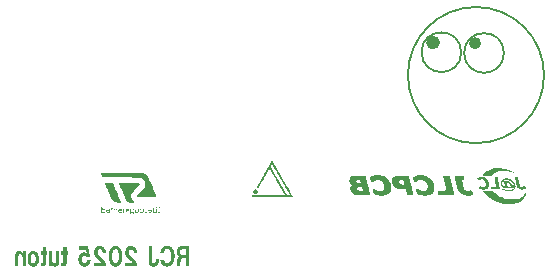
<source format=gbr>
%TF.GenerationSoftware,KiCad,Pcbnew,7.0.9*%
%TF.CreationDate,2024-06-25T21:03:02+09:00*%
%TF.ProjectId,04-line_sub,30342d6c-696e-4655-9f73-75622e6b6963,rev?*%
%TF.SameCoordinates,Original*%
%TF.FileFunction,Legend,Bot*%
%TF.FilePolarity,Positive*%
%FSLAX46Y46*%
G04 Gerber Fmt 4.6, Leading zero omitted, Abs format (unit mm)*
G04 Created by KiCad (PCBNEW 7.0.9) date 2024-06-25 21:03:02*
%MOMM*%
%LPD*%
G01*
G04 APERTURE LIST*
G04 Aperture macros list*
%AMRoundRect*
0 Rectangle with rounded corners*
0 $1 Rounding radius*
0 $2 $3 $4 $5 $6 $7 $8 $9 X,Y pos of 4 corners*
0 Add a 4 corners polygon primitive as box body*
4,1,4,$2,$3,$4,$5,$6,$7,$8,$9,$2,$3,0*
0 Add four circle primitives for the rounded corners*
1,1,$1+$1,$2,$3*
1,1,$1+$1,$4,$5*
1,1,$1+$1,$6,$7*
1,1,$1+$1,$8,$9*
0 Add four rect primitives between the rounded corners*
20,1,$1+$1,$2,$3,$4,$5,0*
20,1,$1+$1,$4,$5,$6,$7,0*
20,1,$1+$1,$6,$7,$8,$9,0*
20,1,$1+$1,$8,$9,$2,$3,0*%
G04 Aperture macros list end*
%ADD10C,0.150000*%
%ADD11C,0.586339*%
%ADD12C,0.535066*%
%ADD13C,0.300000*%
%ADD14R,1.700000X1.700000*%
%ADD15O,1.700000X1.700000*%
%ADD16O,1.700000X1.950000*%
%ADD17RoundRect,0.250000X0.600000X0.725000X-0.600000X0.725000X-0.600000X-0.725000X0.600000X-0.725000X0*%
G04 APERTURE END LIST*
D10*
X124556369Y-90932000D02*
G75*
G03*
X124556369Y-90932000I-5763185J0D01*
G01*
X117541650Y-88998381D02*
G75*
G03*
X117541650Y-88998381I-1679619J0D01*
G01*
D11*
X115451537Y-88178044D02*
G75*
G03*
X115451537Y-88178044I-293169J0D01*
G01*
D10*
X121155987Y-89055619D02*
G75*
G03*
X121155987Y-89055619I-1679619J0D01*
G01*
D12*
X118981901Y-88235282D02*
G75*
G03*
X118981901Y-88235282I-267533J0D01*
G01*
D13*
G36*
X94499595Y-107134371D02*
G01*
X94212365Y-107134371D01*
X94212365Y-106441577D01*
X94026252Y-106441577D01*
X94018874Y-106441630D01*
X93997504Y-106442430D01*
X93977280Y-106444189D01*
X93958203Y-106446907D01*
X93940272Y-106450586D01*
X93923487Y-106455224D01*
X93907848Y-106460821D01*
X93893356Y-106467378D01*
X93880011Y-106474895D01*
X93867811Y-106483371D01*
X93853328Y-106496165D01*
X93846611Y-106503339D01*
X93837103Y-106515415D01*
X93828278Y-106529069D01*
X93820136Y-106544301D01*
X93812676Y-106561110D01*
X93805899Y-106579497D01*
X93799805Y-106599462D01*
X93796121Y-106613649D01*
X93792741Y-106628537D01*
X93789664Y-106644126D01*
X93786890Y-106660416D01*
X93784420Y-106677408D01*
X93782254Y-106695101D01*
X93781245Y-106701722D01*
X93779218Y-106717877D01*
X93777691Y-106732540D01*
X93776157Y-106749386D01*
X93774617Y-106768415D01*
X93773070Y-106789627D01*
X93772035Y-106804981D01*
X93770998Y-106821306D01*
X93769957Y-106838601D01*
X93768914Y-106856866D01*
X93767868Y-106876102D01*
X93766819Y-106896308D01*
X93765767Y-106917484D01*
X93764734Y-106926258D01*
X93762653Y-106943420D01*
X93760553Y-106960066D01*
X93758432Y-106976198D01*
X93756291Y-106991814D01*
X93754130Y-107006915D01*
X93750851Y-107028601D01*
X93747527Y-107049127D01*
X93744157Y-107068495D01*
X93740743Y-107086703D01*
X93737284Y-107103751D01*
X93733779Y-107119641D01*
X93730230Y-107134371D01*
X93415889Y-107134371D01*
X93423508Y-107113048D01*
X93430704Y-107091850D01*
X93437476Y-107070779D01*
X93443825Y-107049833D01*
X93449749Y-107029013D01*
X93455251Y-107008319D01*
X93460328Y-106987751D01*
X93464982Y-106967309D01*
X93469212Y-106946993D01*
X93473019Y-106926803D01*
X93476402Y-106906739D01*
X93479362Y-106886801D01*
X93481898Y-106866988D01*
X93484010Y-106847302D01*
X93485699Y-106827742D01*
X93486964Y-106808307D01*
X93503450Y-106618531D01*
X93505154Y-106602762D01*
X93507105Y-106587423D01*
X93509304Y-106572511D01*
X93511751Y-106558029D01*
X93517386Y-106530350D01*
X93524012Y-106504385D01*
X93531629Y-106480135D01*
X93540236Y-106457599D01*
X93549833Y-106436778D01*
X93560420Y-106417671D01*
X93571998Y-106400279D01*
X93584566Y-106384601D01*
X93598124Y-106370638D01*
X93612673Y-106358389D01*
X93628212Y-106347855D01*
X93644741Y-106339035D01*
X93662261Y-106331929D01*
X93680771Y-106326538D01*
X93668469Y-106319394D01*
X93656110Y-106311517D01*
X93643693Y-106302908D01*
X93631220Y-106293565D01*
X93618689Y-106283490D01*
X93606101Y-106272683D01*
X93593456Y-106261142D01*
X93580753Y-106248869D01*
X93564383Y-106231565D01*
X93549068Y-106213543D01*
X93534810Y-106194803D01*
X93521608Y-106175344D01*
X93509462Y-106155167D01*
X93498373Y-106134271D01*
X93488339Y-106112657D01*
X93479362Y-106090325D01*
X93471441Y-106067274D01*
X93464576Y-106043505D01*
X93458767Y-106019017D01*
X93454014Y-105993811D01*
X93450317Y-105967886D01*
X93447677Y-105941243D01*
X93447331Y-105935261D01*
X93724734Y-105935261D01*
X93724979Y-105947927D01*
X93726264Y-105966334D01*
X93728650Y-105984033D01*
X93732137Y-106001024D01*
X93736726Y-106017307D01*
X93742415Y-106032881D01*
X93749206Y-106047746D01*
X93757099Y-106061904D01*
X93766092Y-106075353D01*
X93776187Y-106088093D01*
X93787383Y-106100125D01*
X93795195Y-106107711D01*
X93807016Y-106118173D01*
X93818959Y-106127534D01*
X93835073Y-106138301D01*
X93851405Y-106147111D01*
X93867954Y-106153963D01*
X93884721Y-106158858D01*
X93901705Y-106161795D01*
X93918907Y-106162773D01*
X94212365Y-106162773D01*
X94212365Y-105691629D01*
X93943820Y-105691629D01*
X93932175Y-105691874D01*
X93915175Y-105693158D01*
X93898734Y-105695544D01*
X93882854Y-105699032D01*
X93867535Y-105703620D01*
X93852775Y-105709310D01*
X93838576Y-105716101D01*
X93824937Y-105723993D01*
X93811859Y-105732987D01*
X93799341Y-105743081D01*
X93787383Y-105754277D01*
X93779796Y-105762283D01*
X93769335Y-105775118D01*
X93759974Y-105788944D01*
X93751715Y-105803763D01*
X93744557Y-105819573D01*
X93738500Y-105836375D01*
X93733544Y-105854169D01*
X93729690Y-105872954D01*
X93726937Y-105892731D01*
X93725285Y-105913500D01*
X93724734Y-105935261D01*
X93447331Y-105935261D01*
X93446093Y-105913882D01*
X93445565Y-105885802D01*
X93446061Y-105859794D01*
X93447551Y-105834437D01*
X93450034Y-105809728D01*
X93453510Y-105785670D01*
X93457980Y-105762261D01*
X93463442Y-105739502D01*
X93469898Y-105717393D01*
X93477347Y-105695934D01*
X93485789Y-105675124D01*
X93495224Y-105654964D01*
X93505653Y-105635454D01*
X93517074Y-105616593D01*
X93529489Y-105598382D01*
X93542897Y-105580821D01*
X93557299Y-105563909D01*
X93572693Y-105547648D01*
X93589899Y-105531277D01*
X93607629Y-105515963D01*
X93625883Y-105501705D01*
X93644661Y-105488503D01*
X93663962Y-105476357D01*
X93683787Y-105465267D01*
X93704136Y-105455234D01*
X93725009Y-105446256D01*
X93746406Y-105438335D01*
X93768326Y-105431470D01*
X93790770Y-105425661D01*
X93813738Y-105420909D01*
X93837230Y-105417212D01*
X93861245Y-105414572D01*
X93885784Y-105412987D01*
X93910847Y-105412459D01*
X94499595Y-105412459D01*
X94499595Y-107134371D01*
G37*
G36*
X92226304Y-105598206D02*
G01*
X92212955Y-105615411D01*
X92200109Y-105633503D01*
X92187768Y-105652482D01*
X92175929Y-105672349D01*
X92164595Y-105693103D01*
X92153764Y-105714744D01*
X92143437Y-105737273D01*
X92133614Y-105760689D01*
X92124295Y-105784992D01*
X92115479Y-105810182D01*
X92107167Y-105836260D01*
X92099359Y-105863225D01*
X92092055Y-105891077D01*
X92088592Y-105905336D01*
X92085254Y-105919817D01*
X92082043Y-105934519D01*
X92078957Y-105949443D01*
X92075998Y-105964590D01*
X92073164Y-105979958D01*
X92369187Y-105979958D01*
X92372903Y-105961083D01*
X92376862Y-105942746D01*
X92381063Y-105924945D01*
X92385507Y-105907681D01*
X92390193Y-105890953D01*
X92395123Y-105874762D01*
X92400294Y-105859108D01*
X92405708Y-105843991D01*
X92411365Y-105829410D01*
X92417265Y-105815366D01*
X92423407Y-105801858D01*
X92436418Y-105776453D01*
X92450400Y-105753195D01*
X92465352Y-105732083D01*
X92481275Y-105713118D01*
X92498168Y-105696299D01*
X92516031Y-105681628D01*
X92534864Y-105669103D01*
X92554668Y-105658724D01*
X92575442Y-105650492D01*
X92597186Y-105644407D01*
X92608422Y-105642170D01*
X92632695Y-105640126D01*
X92656239Y-105639949D01*
X92679052Y-105641637D01*
X92701135Y-105645192D01*
X92722489Y-105650613D01*
X92743113Y-105657901D01*
X92763007Y-105667054D01*
X92782171Y-105678073D01*
X92800605Y-105690959D01*
X92818309Y-105705711D01*
X92835283Y-105722329D01*
X92851528Y-105740813D01*
X92867043Y-105761164D01*
X92881827Y-105783380D01*
X92895882Y-105807463D01*
X92909207Y-105833412D01*
X92918036Y-105854021D01*
X92926295Y-105875275D01*
X92933984Y-105897172D01*
X92941104Y-105919714D01*
X92947654Y-105942899D01*
X92953635Y-105966728D01*
X92959046Y-105991202D01*
X92963887Y-106016319D01*
X92968159Y-106042081D01*
X92971861Y-106068486D01*
X92974994Y-106095536D01*
X92977557Y-106123229D01*
X92979551Y-106151566D01*
X92980975Y-106180548D01*
X92981473Y-106195280D01*
X92981829Y-106210173D01*
X92982043Y-106225227D01*
X92982114Y-106240443D01*
X92982051Y-106257662D01*
X92981861Y-106274608D01*
X92981544Y-106291279D01*
X92981101Y-106307676D01*
X92980531Y-106323799D01*
X92979834Y-106339649D01*
X92979011Y-106355224D01*
X92978061Y-106370525D01*
X92976984Y-106385552D01*
X92975781Y-106400305D01*
X92972995Y-106428989D01*
X92969702Y-106456576D01*
X92965902Y-106483067D01*
X92961596Y-106508462D01*
X92956783Y-106532761D01*
X92951464Y-106555964D01*
X92945638Y-106578070D01*
X92939305Y-106599080D01*
X92932466Y-106618994D01*
X92925120Y-106637812D01*
X92917267Y-106655533D01*
X92904917Y-106680614D01*
X92891771Y-106704014D01*
X92877829Y-106725734D01*
X92863091Y-106745773D01*
X92847558Y-106764133D01*
X92831229Y-106780813D01*
X92814104Y-106795812D01*
X92796184Y-106809132D01*
X92777468Y-106820771D01*
X92757956Y-106830730D01*
X92737649Y-106839009D01*
X92716546Y-106845608D01*
X92694647Y-106850526D01*
X92671952Y-106853765D01*
X92648462Y-106855324D01*
X92624176Y-106855202D01*
X92601014Y-106851283D01*
X92578879Y-106845482D01*
X92557771Y-106837797D01*
X92537691Y-106828228D01*
X92518639Y-106816777D01*
X92500614Y-106803441D01*
X92483617Y-106788223D01*
X92467647Y-106771121D01*
X92452705Y-106752136D01*
X92438790Y-106731268D01*
X92425903Y-106708516D01*
X92414043Y-106683881D01*
X92403211Y-106657362D01*
X92398180Y-106643397D01*
X92393407Y-106628960D01*
X92388890Y-106614053D01*
X92384630Y-106598675D01*
X92380626Y-106582826D01*
X92376880Y-106566507D01*
X92065471Y-106566507D01*
X92068931Y-106588623D01*
X92072765Y-106610320D01*
X92076971Y-106631599D01*
X92081550Y-106652459D01*
X92086502Y-106672901D01*
X92091827Y-106692924D01*
X92097525Y-106712528D01*
X92103595Y-106731714D01*
X92110039Y-106750481D01*
X92116855Y-106768830D01*
X92124043Y-106786760D01*
X92131605Y-106804272D01*
X92139539Y-106821364D01*
X92147847Y-106838039D01*
X92156527Y-106854294D01*
X92165580Y-106870131D01*
X92175005Y-106885550D01*
X92184804Y-106900549D01*
X92194975Y-106915131D01*
X92205519Y-106929293D01*
X92216436Y-106943037D01*
X92227726Y-106956363D01*
X92239388Y-106969270D01*
X92251423Y-106981758D01*
X92263831Y-106993827D01*
X92276612Y-107005478D01*
X92289766Y-107016711D01*
X92303292Y-107027525D01*
X92317192Y-107037920D01*
X92331464Y-107047897D01*
X92346109Y-107057455D01*
X92361127Y-107066594D01*
X92384604Y-107080660D01*
X92408599Y-107093276D01*
X92433113Y-107104440D01*
X92458144Y-107114153D01*
X92483694Y-107122415D01*
X92509762Y-107129225D01*
X92536347Y-107134585D01*
X92563451Y-107138493D01*
X92591073Y-107140950D01*
X92619213Y-107141956D01*
X92647871Y-107141511D01*
X92677047Y-107139615D01*
X92691829Y-107138123D01*
X92706741Y-107136268D01*
X92721782Y-107134050D01*
X92736953Y-107131469D01*
X92752254Y-107128526D01*
X92767684Y-107125219D01*
X92783243Y-107121550D01*
X92798932Y-107117519D01*
X92824977Y-107109512D01*
X92850354Y-107100328D01*
X92875065Y-107089968D01*
X92899110Y-107078432D01*
X92922487Y-107065720D01*
X92945197Y-107051831D01*
X92967240Y-107036765D01*
X92988617Y-107020524D01*
X93009327Y-107003106D01*
X93029369Y-106984511D01*
X93048745Y-106964740D01*
X93067454Y-106943793D01*
X93085496Y-106921670D01*
X93102871Y-106898370D01*
X93111309Y-106886279D01*
X93119579Y-106873894D01*
X93127683Y-106861214D01*
X93135621Y-106848241D01*
X93147907Y-106827925D01*
X93159669Y-106806636D01*
X93170907Y-106784373D01*
X93181622Y-106761138D01*
X93191813Y-106736929D01*
X93201480Y-106711747D01*
X93210624Y-106685592D01*
X93219243Y-106658464D01*
X93227339Y-106630363D01*
X93231190Y-106615947D01*
X93234911Y-106601289D01*
X93238501Y-106586386D01*
X93241959Y-106571241D01*
X93245287Y-106555852D01*
X93248484Y-106540220D01*
X93251549Y-106524345D01*
X93254484Y-106508226D01*
X93257288Y-106491864D01*
X93259961Y-106475259D01*
X93262503Y-106458411D01*
X93264914Y-106441319D01*
X93267194Y-106423984D01*
X93269344Y-106406406D01*
X93271289Y-106385671D01*
X93272959Y-106365049D01*
X93274352Y-106344541D01*
X93275469Y-106324145D01*
X93276309Y-106303863D01*
X93276874Y-106283694D01*
X93277162Y-106263637D01*
X93277175Y-106243694D01*
X93276911Y-106223864D01*
X93276370Y-106204147D01*
X93275554Y-106184543D01*
X93274461Y-106165052D01*
X93273092Y-106145674D01*
X93271447Y-106126409D01*
X93269526Y-106107257D01*
X93267329Y-106088218D01*
X93264855Y-106069293D01*
X93262105Y-106050480D01*
X93259079Y-106031780D01*
X93255777Y-106013194D01*
X93252198Y-105994720D01*
X93248343Y-105976360D01*
X93244213Y-105958112D01*
X93239805Y-105939978D01*
X93235122Y-105921957D01*
X93230163Y-105904049D01*
X93224927Y-105886254D01*
X93219415Y-105868571D01*
X93213627Y-105851002D01*
X93207562Y-105833546D01*
X93201222Y-105816204D01*
X93194605Y-105798974D01*
X93187148Y-105780859D01*
X93179476Y-105763153D01*
X93171589Y-105745854D01*
X93163487Y-105728964D01*
X93155171Y-105712481D01*
X93146640Y-105696406D01*
X93137895Y-105680739D01*
X93128934Y-105665480D01*
X93119760Y-105650628D01*
X93110370Y-105636185D01*
X93100766Y-105622149D01*
X93090947Y-105608522D01*
X93080914Y-105595302D01*
X93070665Y-105582490D01*
X93060202Y-105570085D01*
X93049525Y-105558089D01*
X93038633Y-105546501D01*
X93027526Y-105535320D01*
X93016204Y-105524548D01*
X93004668Y-105514183D01*
X92992917Y-105504226D01*
X92980952Y-105494677D01*
X92968772Y-105485535D01*
X92956377Y-105476802D01*
X92943767Y-105468477D01*
X92930943Y-105460559D01*
X92917904Y-105453049D01*
X92904651Y-105445947D01*
X92891183Y-105439253D01*
X92877500Y-105432967D01*
X92863602Y-105427089D01*
X92849490Y-105421618D01*
X92825945Y-105414138D01*
X92802663Y-105407496D01*
X92779643Y-105401693D01*
X92756886Y-105396729D01*
X92734391Y-105392603D01*
X92712159Y-105389315D01*
X92690190Y-105386867D01*
X92668483Y-105385257D01*
X92647039Y-105384485D01*
X92625858Y-105384553D01*
X92604939Y-105385459D01*
X92584282Y-105387203D01*
X92563889Y-105389786D01*
X92543758Y-105393208D01*
X92523889Y-105397468D01*
X92504283Y-105402568D01*
X92484940Y-105408505D01*
X92465859Y-105415282D01*
X92447041Y-105422896D01*
X92428486Y-105431350D01*
X92410193Y-105440642D01*
X92392163Y-105450773D01*
X92374395Y-105461743D01*
X92356890Y-105473551D01*
X92339648Y-105486197D01*
X92322668Y-105499683D01*
X92305951Y-105514007D01*
X92289497Y-105529169D01*
X92273305Y-105545171D01*
X92257375Y-105562010D01*
X92241709Y-105579689D01*
X92226304Y-105598206D01*
G37*
G36*
X91942006Y-106476015D02*
G01*
X91671263Y-106476015D01*
X91671263Y-106603143D01*
X91671049Y-106622741D01*
X91670410Y-106641508D01*
X91669343Y-106659446D01*
X91667851Y-106676553D01*
X91665932Y-106692831D01*
X91663586Y-106708278D01*
X91660814Y-106722896D01*
X91655856Y-106743265D01*
X91649939Y-106761768D01*
X91643062Y-106778402D01*
X91635226Y-106793169D01*
X91626430Y-106806068D01*
X91616674Y-106817100D01*
X91604985Y-106827919D01*
X91592815Y-106837296D01*
X91580164Y-106845230D01*
X91563674Y-106853119D01*
X91546433Y-106858754D01*
X91528440Y-106862135D01*
X91513505Y-106863217D01*
X91509696Y-106863262D01*
X91493576Y-106862341D01*
X91478190Y-106859577D01*
X91463537Y-106854970D01*
X91449618Y-106848521D01*
X91436432Y-106840230D01*
X91423980Y-106830096D01*
X91419204Y-106825526D01*
X91408008Y-106812770D01*
X91397913Y-106797856D01*
X91388920Y-106780784D01*
X91381028Y-106761556D01*
X91376378Y-106747538D01*
X91372218Y-106732561D01*
X91368547Y-106716626D01*
X91365366Y-106699732D01*
X91362674Y-106681879D01*
X91360471Y-106663067D01*
X91358758Y-106643296D01*
X91357535Y-106622566D01*
X91356800Y-106600878D01*
X91356556Y-106578230D01*
X91356556Y-105412459D01*
X91069326Y-105412459D01*
X91069326Y-106603143D01*
X91069458Y-106621308D01*
X91069854Y-106639164D01*
X91070514Y-106656713D01*
X91071438Y-106673955D01*
X91072627Y-106690888D01*
X91074079Y-106707514D01*
X91075795Y-106723832D01*
X91077775Y-106739843D01*
X91080020Y-106755546D01*
X91082528Y-106770941D01*
X91085301Y-106786028D01*
X91088337Y-106800808D01*
X91091637Y-106815280D01*
X91099031Y-106843301D01*
X91107480Y-106870092D01*
X91116985Y-106895651D01*
X91127547Y-106919980D01*
X91139165Y-106943078D01*
X91151839Y-106964946D01*
X91165569Y-106985582D01*
X91180355Y-107004988D01*
X91196197Y-107023163D01*
X91204515Y-107031789D01*
X91219628Y-107046208D01*
X91235203Y-107059696D01*
X91251239Y-107072254D01*
X91267735Y-107083882D01*
X91284692Y-107094579D01*
X91302111Y-107104347D01*
X91319989Y-107113184D01*
X91338329Y-107121091D01*
X91357130Y-107128067D01*
X91376391Y-107134114D01*
X91396113Y-107139230D01*
X91416296Y-107143416D01*
X91436940Y-107146672D01*
X91458044Y-107148997D01*
X91479610Y-107150393D01*
X91501636Y-107150858D01*
X91523651Y-107150361D01*
X91545273Y-107148871D01*
X91566504Y-107146388D01*
X91587342Y-107142912D01*
X91607789Y-107138443D01*
X91627843Y-107132980D01*
X91647505Y-107126525D01*
X91666775Y-107119076D01*
X91685652Y-107110634D01*
X91704138Y-107101198D01*
X91722232Y-107090770D01*
X91739933Y-107079348D01*
X91757242Y-107066933D01*
X91774159Y-107053525D01*
X91790684Y-107039124D01*
X91806817Y-107023729D01*
X91823188Y-107006072D01*
X91838502Y-106986990D01*
X91852760Y-106966482D01*
X91865962Y-106944549D01*
X91878108Y-106921190D01*
X91889198Y-106896406D01*
X91899231Y-106870197D01*
X91908209Y-106842562D01*
X91912301Y-106828210D01*
X91916130Y-106813502D01*
X91919694Y-106798438D01*
X91922995Y-106783017D01*
X91926031Y-106767239D01*
X91928804Y-106751106D01*
X91931312Y-106734616D01*
X91933557Y-106717769D01*
X91935537Y-106700567D01*
X91937253Y-106683008D01*
X91938705Y-106665092D01*
X91939893Y-106646821D01*
X91940818Y-106628193D01*
X91941478Y-106609208D01*
X91941874Y-106589868D01*
X91942006Y-106570170D01*
X91942006Y-106476015D01*
G37*
G36*
X90105422Y-106029417D02*
G01*
X90105274Y-106011010D01*
X90104831Y-105992838D01*
X90104092Y-105974900D01*
X90103057Y-105957197D01*
X90101728Y-105939729D01*
X90100102Y-105922496D01*
X90098181Y-105905497D01*
X90095965Y-105888733D01*
X90093453Y-105872204D01*
X90090645Y-105855909D01*
X90087542Y-105839849D01*
X90084144Y-105824024D01*
X90080450Y-105808433D01*
X90076460Y-105793078D01*
X90072175Y-105777956D01*
X90067595Y-105763070D01*
X90062718Y-105748418D01*
X90057547Y-105734001D01*
X90052080Y-105719819D01*
X90046317Y-105705871D01*
X90040259Y-105692158D01*
X90033905Y-105678680D01*
X90027256Y-105665437D01*
X90020311Y-105652428D01*
X90013070Y-105639654D01*
X89997703Y-105614810D01*
X89981154Y-105590905D01*
X89963422Y-105567938D01*
X89954113Y-105556807D01*
X89934878Y-105537331D01*
X89915181Y-105519111D01*
X89895024Y-105502148D01*
X89874406Y-105486442D01*
X89853327Y-105471992D01*
X89831788Y-105458799D01*
X89809787Y-105446862D01*
X89787326Y-105436181D01*
X89764404Y-105426758D01*
X89741021Y-105418590D01*
X89717177Y-105411679D01*
X89692873Y-105406025D01*
X89668107Y-105401627D01*
X89642881Y-105398486D01*
X89617194Y-105396601D01*
X89591046Y-105395973D01*
X89568565Y-105396352D01*
X89546597Y-105397489D01*
X89525143Y-105399383D01*
X89504201Y-105402035D01*
X89483772Y-105405445D01*
X89463856Y-105409613D01*
X89444454Y-105414538D01*
X89425564Y-105420222D01*
X89407188Y-105426663D01*
X89389324Y-105433862D01*
X89371974Y-105441818D01*
X89355136Y-105450533D01*
X89338812Y-105460005D01*
X89323001Y-105470235D01*
X89307702Y-105481222D01*
X89292917Y-105492968D01*
X89278645Y-105505471D01*
X89264886Y-105518732D01*
X89251640Y-105532751D01*
X89238907Y-105547528D01*
X89226687Y-105563062D01*
X89214980Y-105579354D01*
X89203787Y-105596404D01*
X89193106Y-105614212D01*
X89182938Y-105632777D01*
X89173284Y-105652100D01*
X89164142Y-105672181D01*
X89155514Y-105693020D01*
X89147398Y-105714617D01*
X89139796Y-105736971D01*
X89132706Y-105760083D01*
X89126130Y-105783953D01*
X89119779Y-105809543D01*
X89114328Y-105834886D01*
X89109776Y-105859981D01*
X89106123Y-105884829D01*
X89103370Y-105909429D01*
X89101516Y-105933781D01*
X89100562Y-105957886D01*
X89100507Y-105981744D01*
X89101352Y-106005353D01*
X89103096Y-106028716D01*
X89105740Y-106051830D01*
X89109283Y-106074697D01*
X89113725Y-106097317D01*
X89119067Y-106119688D01*
X89125309Y-106141813D01*
X89132450Y-106163689D01*
X89140490Y-106185318D01*
X89149430Y-106206700D01*
X89159269Y-106227834D01*
X89170008Y-106248720D01*
X89181646Y-106269359D01*
X89194184Y-106289750D01*
X89207621Y-106309894D01*
X89221957Y-106329790D01*
X89237193Y-106349438D01*
X89253329Y-106368839D01*
X89270363Y-106387992D01*
X89288298Y-106406898D01*
X89307131Y-106425556D01*
X89326865Y-106443967D01*
X89347497Y-106462130D01*
X89369030Y-106480045D01*
X89566866Y-106652969D01*
X89584842Y-106669022D01*
X89601951Y-106684482D01*
X89618193Y-106699350D01*
X89633567Y-106713625D01*
X89648075Y-106727308D01*
X89661714Y-106740398D01*
X89674487Y-106752896D01*
X89686393Y-106764801D01*
X89697431Y-106776114D01*
X89707602Y-106786835D01*
X89721232Y-106801805D01*
X89732911Y-106815441D01*
X89742638Y-106827745D01*
X89750415Y-106838715D01*
X89092791Y-106838715D01*
X89092791Y-107134371D01*
X90105055Y-107134371D01*
X90105286Y-107109714D01*
X90104881Y-107085293D01*
X90103838Y-107061108D01*
X90102159Y-107037159D01*
X90099843Y-107013446D01*
X90096889Y-106989970D01*
X90093299Y-106966729D01*
X90089073Y-106943725D01*
X90084209Y-106920956D01*
X90078709Y-106898424D01*
X90072571Y-106876128D01*
X90065797Y-106854068D01*
X90058386Y-106832245D01*
X90050338Y-106810657D01*
X90041654Y-106789306D01*
X90032332Y-106768190D01*
X90022374Y-106747311D01*
X90011778Y-106726668D01*
X90000546Y-106706261D01*
X89988677Y-106686090D01*
X89976172Y-106666156D01*
X89963029Y-106646457D01*
X89949250Y-106626995D01*
X89934833Y-106607769D01*
X89919780Y-106588778D01*
X89904090Y-106570024D01*
X89887763Y-106551507D01*
X89870800Y-106533225D01*
X89853199Y-106515179D01*
X89834962Y-106497370D01*
X89816088Y-106479797D01*
X89796577Y-106462459D01*
X89565767Y-106264623D01*
X89553950Y-106254013D01*
X89542586Y-106243296D01*
X89531676Y-106232472D01*
X89521220Y-106221541D01*
X89511217Y-106210502D01*
X89501668Y-106199355D01*
X89483931Y-106176741D01*
X89468008Y-106153697D01*
X89453900Y-106130224D01*
X89441607Y-106106322D01*
X89431128Y-106081990D01*
X89422464Y-106057229D01*
X89415615Y-106032039D01*
X89410580Y-106006419D01*
X89407360Y-105980370D01*
X89405955Y-105953891D01*
X89406364Y-105926984D01*
X89408588Y-105899647D01*
X89412627Y-105871880D01*
X89416781Y-105857410D01*
X89423824Y-105836741D01*
X89431838Y-105817315D01*
X89440825Y-105799131D01*
X89450785Y-105782191D01*
X89461716Y-105766494D01*
X89473621Y-105752039D01*
X89486498Y-105738827D01*
X89500347Y-105726859D01*
X89515168Y-105716133D01*
X89530963Y-105706650D01*
X89545464Y-105698877D01*
X89560256Y-105692868D01*
X89575337Y-105688624D01*
X89590709Y-105686145D01*
X89606370Y-105685430D01*
X89622320Y-105686480D01*
X89638561Y-105689294D01*
X89655091Y-105693873D01*
X89671912Y-105700216D01*
X89689022Y-105708324D01*
X89700589Y-105714710D01*
X89714940Y-105724268D01*
X89728502Y-105735175D01*
X89741273Y-105747429D01*
X89753254Y-105761032D01*
X89764445Y-105775983D01*
X89774847Y-105792282D01*
X89784458Y-105809929D01*
X89793279Y-105828924D01*
X89801311Y-105849267D01*
X89808552Y-105870959D01*
X89815004Y-105893998D01*
X89820665Y-105918386D01*
X89825537Y-105944121D01*
X89829618Y-105971205D01*
X89832910Y-105999637D01*
X89834259Y-106014358D01*
X89835411Y-106029417D01*
X90105422Y-106029417D01*
G37*
G36*
X88286942Y-105396228D02*
G01*
X88303015Y-105396993D01*
X88318890Y-105398269D01*
X88334566Y-105400055D01*
X88350042Y-105402350D01*
X88365320Y-105405156D01*
X88380399Y-105408473D01*
X88395279Y-105412299D01*
X88409960Y-105416636D01*
X88424442Y-105421483D01*
X88438725Y-105426840D01*
X88452810Y-105432707D01*
X88466695Y-105439084D01*
X88480381Y-105445972D01*
X88493869Y-105453369D01*
X88507158Y-105461277D01*
X88520247Y-105469696D01*
X88533138Y-105478624D01*
X88545830Y-105488062D01*
X88558323Y-105498011D01*
X88570617Y-105508470D01*
X88582712Y-105519439D01*
X88594608Y-105530918D01*
X88606305Y-105542908D01*
X88617803Y-105555408D01*
X88629102Y-105568417D01*
X88640203Y-105581938D01*
X88651104Y-105595968D01*
X88661807Y-105610508D01*
X88672311Y-105625559D01*
X88682615Y-105641120D01*
X88692721Y-105657191D01*
X88703465Y-105674510D01*
X88713851Y-105692121D01*
X88723881Y-105710024D01*
X88733554Y-105728220D01*
X88742869Y-105746707D01*
X88751827Y-105765486D01*
X88760429Y-105784557D01*
X88768673Y-105803920D01*
X88776560Y-105823574D01*
X88784090Y-105843521D01*
X88791263Y-105863760D01*
X88798079Y-105884291D01*
X88804538Y-105905113D01*
X88810640Y-105926228D01*
X88816385Y-105947635D01*
X88821773Y-105969333D01*
X88826804Y-105991324D01*
X88831477Y-106013606D01*
X88835794Y-106036180D01*
X88839753Y-106059047D01*
X88843356Y-106082205D01*
X88846601Y-106105655D01*
X88849490Y-106129397D01*
X88852021Y-106153431D01*
X88854195Y-106177757D01*
X88856012Y-106202375D01*
X88857472Y-106227285D01*
X88858575Y-106252487D01*
X88859321Y-106277981D01*
X88859710Y-106303766D01*
X88859742Y-106329844D01*
X88859417Y-106356214D01*
X88858239Y-106378988D01*
X88856766Y-106401470D01*
X88854999Y-106423659D01*
X88852937Y-106445555D01*
X88850580Y-106467159D01*
X88847928Y-106488470D01*
X88844981Y-106509488D01*
X88841740Y-106530214D01*
X88838203Y-106550647D01*
X88834372Y-106570787D01*
X88830246Y-106590635D01*
X88825826Y-106610190D01*
X88821110Y-106629452D01*
X88816100Y-106648422D01*
X88810795Y-106667099D01*
X88805195Y-106685484D01*
X88799300Y-106703575D01*
X88793111Y-106721374D01*
X88786626Y-106738881D01*
X88779847Y-106756095D01*
X88772773Y-106773016D01*
X88765404Y-106789644D01*
X88757741Y-106805980D01*
X88749782Y-106822023D01*
X88741529Y-106837773D01*
X88732981Y-106853231D01*
X88724138Y-106868396D01*
X88715001Y-106883269D01*
X88705568Y-106897849D01*
X88695841Y-106912136D01*
X88685819Y-106926130D01*
X88675502Y-106939832D01*
X88665413Y-106952815D01*
X88655159Y-106965386D01*
X88644739Y-106977545D01*
X88634154Y-106989291D01*
X88623404Y-107000626D01*
X88612489Y-107011548D01*
X88601408Y-107022058D01*
X88590162Y-107032156D01*
X88578751Y-107041842D01*
X88567174Y-107051115D01*
X88555432Y-107059977D01*
X88531452Y-107076463D01*
X88506812Y-107091301D01*
X88481510Y-107104490D01*
X88455546Y-107116030D01*
X88428922Y-107125922D01*
X88401636Y-107134165D01*
X88373690Y-107140760D01*
X88345082Y-107145706D01*
X88330530Y-107147561D01*
X88315813Y-107149003D01*
X88300930Y-107150034D01*
X88285882Y-107150652D01*
X88270669Y-107150858D01*
X88254893Y-107150603D01*
X88239299Y-107149837D01*
X88223889Y-107148562D01*
X88208662Y-107146776D01*
X88193618Y-107144480D01*
X88178758Y-107141674D01*
X88164080Y-107138358D01*
X88149586Y-107134532D01*
X88135275Y-107130195D01*
X88121147Y-107125348D01*
X88107202Y-107119991D01*
X88093441Y-107114124D01*
X88079862Y-107107747D01*
X88066467Y-107100859D01*
X88053255Y-107093461D01*
X88040226Y-107085553D01*
X88027381Y-107077135D01*
X88014718Y-107068207D01*
X88002239Y-107058768D01*
X87989943Y-107048820D01*
X87977830Y-107038361D01*
X87965900Y-107027392D01*
X87954154Y-107015912D01*
X87942590Y-107003923D01*
X87931210Y-106991423D01*
X87920013Y-106978413D01*
X87908999Y-106964893D01*
X87898169Y-106950863D01*
X87887521Y-106936323D01*
X87877057Y-106921272D01*
X87866776Y-106905711D01*
X87856678Y-106889640D01*
X87846424Y-106872795D01*
X87836546Y-106855643D01*
X87827044Y-106838185D01*
X87817918Y-106820420D01*
X87809167Y-106802350D01*
X87800792Y-106783973D01*
X87792792Y-106765289D01*
X87785168Y-106746300D01*
X87777920Y-106727004D01*
X87771047Y-106707403D01*
X87764550Y-106687494D01*
X87758429Y-106667280D01*
X87752684Y-106646759D01*
X87747314Y-106625932D01*
X87742320Y-106604799D01*
X87737701Y-106583360D01*
X87733458Y-106561614D01*
X87729591Y-106539562D01*
X87726099Y-106517204D01*
X87722983Y-106494539D01*
X87720243Y-106471568D01*
X87717879Y-106448291D01*
X87715890Y-106424708D01*
X87714277Y-106400819D01*
X87713039Y-106376623D01*
X87712177Y-106352121D01*
X87711691Y-106327312D01*
X87711580Y-106302198D01*
X87711845Y-106276777D01*
X87711940Y-106272962D01*
X87990388Y-106272962D01*
X87990541Y-106289038D01*
X87990853Y-106305260D01*
X87991325Y-106321628D01*
X87991956Y-106338140D01*
X87992747Y-106354798D01*
X87993698Y-106371601D01*
X87995903Y-106399747D01*
X87998489Y-106427122D01*
X88001456Y-106453728D01*
X88004803Y-106479564D01*
X88008531Y-106504630D01*
X88012640Y-106528926D01*
X88017130Y-106552452D01*
X88022000Y-106575208D01*
X88027250Y-106597194D01*
X88032882Y-106618410D01*
X88038894Y-106638857D01*
X88045287Y-106658533D01*
X88052060Y-106677439D01*
X88059214Y-106695576D01*
X88066749Y-106712942D01*
X88074665Y-106729539D01*
X88085727Y-106748523D01*
X88097207Y-106766089D01*
X88109106Y-106782240D01*
X88121422Y-106796973D01*
X88134156Y-106810289D01*
X88147308Y-106822189D01*
X88160877Y-106832672D01*
X88174865Y-106841738D01*
X88189271Y-106849387D01*
X88204094Y-106855620D01*
X88219335Y-106860435D01*
X88234995Y-106863834D01*
X88251072Y-106865816D01*
X88267567Y-106866382D01*
X88284480Y-106865530D01*
X88301810Y-106863262D01*
X88318197Y-106859718D01*
X88334108Y-106854858D01*
X88349544Y-106848682D01*
X88364504Y-106841188D01*
X88378990Y-106832379D01*
X88393001Y-106822252D01*
X88406536Y-106810809D01*
X88419596Y-106798049D01*
X88432182Y-106783973D01*
X88444292Y-106768580D01*
X88455927Y-106751870D01*
X88467086Y-106733844D01*
X88477771Y-106714501D01*
X88487981Y-106693841D01*
X88497715Y-106671865D01*
X88506974Y-106648572D01*
X88515783Y-106623797D01*
X88523890Y-106598381D01*
X88531296Y-106572323D01*
X88538001Y-106545624D01*
X88544004Y-106518284D01*
X88549307Y-106490303D01*
X88553908Y-106461681D01*
X88555945Y-106447129D01*
X88557807Y-106432418D01*
X88559494Y-106417545D01*
X88561006Y-106402513D01*
X88562342Y-106387320D01*
X88563503Y-106371967D01*
X88564489Y-106356454D01*
X88565299Y-106340781D01*
X88565934Y-106324947D01*
X88566394Y-106308953D01*
X88566679Y-106292798D01*
X88566788Y-106276484D01*
X88566721Y-106260009D01*
X88566480Y-106243374D01*
X88566063Y-106226578D01*
X88565471Y-106209622D01*
X88564704Y-106192506D01*
X88563761Y-106175230D01*
X88561491Y-106146001D01*
X88558712Y-106117482D01*
X88555423Y-106089672D01*
X88551625Y-106062573D01*
X88547317Y-106036183D01*
X88542500Y-106010503D01*
X88537174Y-105985533D01*
X88531338Y-105961273D01*
X88524992Y-105937723D01*
X88518137Y-105914882D01*
X88510773Y-105892751D01*
X88502899Y-105871331D01*
X88494515Y-105850620D01*
X88485622Y-105830618D01*
X88476220Y-105811327D01*
X88466308Y-105792745D01*
X88456233Y-105776733D01*
X88445608Y-105761942D01*
X88434434Y-105748374D01*
X88422711Y-105736028D01*
X88410437Y-105724904D01*
X88397615Y-105715002D01*
X88384242Y-105706322D01*
X88370321Y-105698865D01*
X88355849Y-105692629D01*
X88340828Y-105687616D01*
X88325258Y-105683825D01*
X88309138Y-105681256D01*
X88292468Y-105679910D01*
X88275249Y-105679785D01*
X88257480Y-105680883D01*
X88239162Y-105683203D01*
X88223796Y-105685876D01*
X88208840Y-105690049D01*
X88194292Y-105695722D01*
X88180155Y-105702895D01*
X88166426Y-105711567D01*
X88153107Y-105721740D01*
X88140197Y-105733412D01*
X88127696Y-105746584D01*
X88115604Y-105761255D01*
X88103922Y-105777427D01*
X88092649Y-105795098D01*
X88081786Y-105814269D01*
X88071331Y-105834940D01*
X88061287Y-105857111D01*
X88051651Y-105880782D01*
X88042424Y-105905952D01*
X88034592Y-105930697D01*
X88027398Y-105956024D01*
X88020842Y-105981931D01*
X88014924Y-106008420D01*
X88009645Y-106035489D01*
X88005004Y-106063139D01*
X88001001Y-106091371D01*
X87997636Y-106120184D01*
X87996194Y-106134808D01*
X87994910Y-106149577D01*
X87993786Y-106164492D01*
X87992822Y-106179552D01*
X87992018Y-106194757D01*
X87991372Y-106210107D01*
X87990887Y-106225603D01*
X87990561Y-106241244D01*
X87990395Y-106257030D01*
X87990388Y-106272962D01*
X87711940Y-106272962D01*
X87712486Y-106251050D01*
X87713503Y-106225017D01*
X87714895Y-106198677D01*
X87715546Y-106175925D01*
X87716492Y-106153465D01*
X87717733Y-106131298D01*
X87719268Y-106109422D01*
X87721099Y-106087838D01*
X87723224Y-106066546D01*
X87725644Y-106045545D01*
X87728359Y-106024837D01*
X87731368Y-106004421D01*
X87734673Y-105984297D01*
X87738272Y-105964464D01*
X87742166Y-105944924D01*
X87746355Y-105925676D01*
X87750839Y-105906719D01*
X87755617Y-105888055D01*
X87760690Y-105869682D01*
X87766058Y-105851601D01*
X87771721Y-105833813D01*
X87777679Y-105816316D01*
X87783932Y-105799111D01*
X87790479Y-105782198D01*
X87797321Y-105765577D01*
X87804458Y-105749248D01*
X87811890Y-105733211D01*
X87819616Y-105717466D01*
X87827638Y-105702013D01*
X87835954Y-105686852D01*
X87844565Y-105671983D01*
X87853471Y-105657405D01*
X87862671Y-105643120D01*
X87872167Y-105629127D01*
X87881957Y-105615425D01*
X87891010Y-105601924D01*
X87900262Y-105588851D01*
X87909714Y-105576207D01*
X87919366Y-105563991D01*
X87929218Y-105552204D01*
X87939269Y-105540846D01*
X87949519Y-105529916D01*
X87959970Y-105519415D01*
X87981469Y-105499698D01*
X88003767Y-105481696D01*
X88026864Y-105465409D01*
X88050759Y-105450836D01*
X88075453Y-105437978D01*
X88100945Y-105426833D01*
X88127236Y-105417404D01*
X88154326Y-105409689D01*
X88182214Y-105403688D01*
X88210901Y-105399402D01*
X88225543Y-105397902D01*
X88240386Y-105396830D01*
X88255428Y-105396187D01*
X88270669Y-105395973D01*
X88286942Y-105396228D01*
G37*
G36*
X87464668Y-106029417D02*
G01*
X87464520Y-106011010D01*
X87464077Y-105992838D01*
X87463338Y-105974900D01*
X87462304Y-105957197D01*
X87460974Y-105939729D01*
X87459349Y-105922496D01*
X87457428Y-105905497D01*
X87455211Y-105888733D01*
X87452699Y-105872204D01*
X87449892Y-105855909D01*
X87446789Y-105839849D01*
X87443390Y-105824024D01*
X87439696Y-105808433D01*
X87435707Y-105793078D01*
X87431422Y-105777956D01*
X87426841Y-105763070D01*
X87421965Y-105748418D01*
X87416793Y-105734001D01*
X87411326Y-105719819D01*
X87405563Y-105705871D01*
X87399505Y-105692158D01*
X87393151Y-105678680D01*
X87386502Y-105665437D01*
X87379557Y-105652428D01*
X87372317Y-105639654D01*
X87356949Y-105614810D01*
X87340400Y-105590905D01*
X87322669Y-105567938D01*
X87313360Y-105556807D01*
X87294124Y-105537331D01*
X87274428Y-105519111D01*
X87254270Y-105502148D01*
X87233652Y-105486442D01*
X87212574Y-105471992D01*
X87191034Y-105458799D01*
X87169034Y-105446862D01*
X87146572Y-105436181D01*
X87123650Y-105426758D01*
X87100267Y-105418590D01*
X87076424Y-105411679D01*
X87052119Y-105406025D01*
X87027354Y-105401627D01*
X87002127Y-105398486D01*
X86976440Y-105396601D01*
X86950293Y-105395973D01*
X86927812Y-105396352D01*
X86905844Y-105397489D01*
X86884389Y-105399383D01*
X86863447Y-105402035D01*
X86843018Y-105405445D01*
X86823103Y-105409613D01*
X86803700Y-105414538D01*
X86784810Y-105420222D01*
X86766434Y-105426663D01*
X86748570Y-105433862D01*
X86731220Y-105441818D01*
X86714383Y-105450533D01*
X86698058Y-105460005D01*
X86682247Y-105470235D01*
X86666949Y-105481222D01*
X86652164Y-105492968D01*
X86637892Y-105505471D01*
X86624133Y-105518732D01*
X86610887Y-105532751D01*
X86598154Y-105547528D01*
X86585934Y-105563062D01*
X86574227Y-105579354D01*
X86563033Y-105596404D01*
X86552352Y-105614212D01*
X86542185Y-105632777D01*
X86532530Y-105652100D01*
X86523388Y-105672181D01*
X86514760Y-105693020D01*
X86506644Y-105714617D01*
X86499042Y-105736971D01*
X86491953Y-105760083D01*
X86485376Y-105783953D01*
X86479025Y-105809543D01*
X86473574Y-105834886D01*
X86469022Y-105859981D01*
X86465369Y-105884829D01*
X86462616Y-105909429D01*
X86460763Y-105933781D01*
X86459808Y-105957886D01*
X86459754Y-105981744D01*
X86460598Y-106005353D01*
X86462343Y-106028716D01*
X86464986Y-106051830D01*
X86468529Y-106074697D01*
X86472972Y-106097317D01*
X86478314Y-106119688D01*
X86484555Y-106141813D01*
X86491696Y-106163689D01*
X86499736Y-106185318D01*
X86508676Y-106206700D01*
X86518515Y-106227834D01*
X86529254Y-106248720D01*
X86540892Y-106269359D01*
X86553430Y-106289750D01*
X86566867Y-106309894D01*
X86581203Y-106329790D01*
X86596439Y-106349438D01*
X86612575Y-106368839D01*
X86629610Y-106387992D01*
X86647544Y-106406898D01*
X86666378Y-106425556D01*
X86686111Y-106443967D01*
X86706744Y-106462130D01*
X86728276Y-106480045D01*
X86926113Y-106652969D01*
X86944089Y-106669022D01*
X86961198Y-106684482D01*
X86977439Y-106699350D01*
X86992814Y-106713625D01*
X87007321Y-106727308D01*
X87020961Y-106740398D01*
X87033733Y-106752896D01*
X87045639Y-106764801D01*
X87056677Y-106776114D01*
X87066848Y-106786835D01*
X87080478Y-106801805D01*
X87092157Y-106815441D01*
X87101885Y-106827745D01*
X87109661Y-106838715D01*
X86452037Y-106838715D01*
X86452037Y-107134371D01*
X87464302Y-107134371D01*
X87464533Y-107109714D01*
X87464127Y-107085293D01*
X87463085Y-107061108D01*
X87461405Y-107037159D01*
X87459089Y-107013446D01*
X87456136Y-106989970D01*
X87452546Y-106966729D01*
X87448319Y-106943725D01*
X87443455Y-106920956D01*
X87437955Y-106898424D01*
X87431818Y-106876128D01*
X87425043Y-106854068D01*
X87417632Y-106832245D01*
X87409585Y-106810657D01*
X87400900Y-106789306D01*
X87391578Y-106768190D01*
X87381620Y-106747311D01*
X87371025Y-106726668D01*
X87359793Y-106706261D01*
X87347924Y-106686090D01*
X87335418Y-106666156D01*
X87322275Y-106646457D01*
X87308496Y-106626995D01*
X87294080Y-106607769D01*
X87279027Y-106588778D01*
X87263337Y-106570024D01*
X87247010Y-106551507D01*
X87230046Y-106533225D01*
X87212446Y-106515179D01*
X87194208Y-106497370D01*
X87175334Y-106479797D01*
X87155823Y-106462459D01*
X86925013Y-106264623D01*
X86913196Y-106254013D01*
X86901832Y-106243296D01*
X86890922Y-106232472D01*
X86880466Y-106221541D01*
X86870463Y-106210502D01*
X86860914Y-106199355D01*
X86843177Y-106176741D01*
X86827254Y-106153697D01*
X86813146Y-106130224D01*
X86800853Y-106106322D01*
X86790375Y-106081990D01*
X86781711Y-106057229D01*
X86774861Y-106032039D01*
X86769827Y-106006419D01*
X86766607Y-105980370D01*
X86765201Y-105953891D01*
X86765611Y-105926984D01*
X86767835Y-105899647D01*
X86771873Y-105871880D01*
X86776028Y-105857410D01*
X86783070Y-105836741D01*
X86791084Y-105817315D01*
X86800071Y-105799131D01*
X86810031Y-105782191D01*
X86820963Y-105766494D01*
X86832867Y-105752039D01*
X86845744Y-105738827D01*
X86859593Y-105726859D01*
X86874415Y-105716133D01*
X86890209Y-105706650D01*
X86904711Y-105698877D01*
X86919502Y-105692868D01*
X86934584Y-105688624D01*
X86949955Y-105686145D01*
X86965616Y-105685430D01*
X86981567Y-105686480D01*
X86997807Y-105689294D01*
X87014338Y-105693873D01*
X87031158Y-105700216D01*
X87048268Y-105708324D01*
X87059836Y-105714710D01*
X87074187Y-105724268D01*
X87087748Y-105735175D01*
X87100519Y-105747429D01*
X87112500Y-105761032D01*
X87123692Y-105775983D01*
X87134093Y-105792282D01*
X87143704Y-105809929D01*
X87152526Y-105828924D01*
X87160557Y-105849267D01*
X87167798Y-105870959D01*
X87174250Y-105893998D01*
X87179911Y-105918386D01*
X87184783Y-105944121D01*
X87188864Y-105971205D01*
X87192156Y-105999637D01*
X87193506Y-106014358D01*
X87194658Y-106029417D01*
X87464668Y-106029417D01*
G37*
G36*
X86025956Y-106973538D02*
G01*
X86041339Y-106955289D01*
X86055797Y-106936357D01*
X86069331Y-106916741D01*
X86081941Y-106896441D01*
X86093626Y-106875456D01*
X86104386Y-106853788D01*
X86114222Y-106831435D01*
X86123134Y-106808399D01*
X86131121Y-106784678D01*
X86138183Y-106760273D01*
X86144321Y-106735185D01*
X86149535Y-106709412D01*
X86153824Y-106682955D01*
X86157188Y-106655814D01*
X86159628Y-106627989D01*
X86161144Y-106599480D01*
X85900293Y-106599480D01*
X85896846Y-106616395D01*
X85892920Y-106632796D01*
X85888512Y-106648681D01*
X85883623Y-106664051D01*
X85878253Y-106678906D01*
X85872403Y-106693246D01*
X85866072Y-106707070D01*
X85859260Y-106720380D01*
X85851967Y-106733174D01*
X85840126Y-106751399D01*
X85827203Y-106768465D01*
X85813198Y-106784372D01*
X85798111Y-106799120D01*
X85787452Y-106808307D01*
X85769870Y-106820539D01*
X85752294Y-106830993D01*
X85734725Y-106839670D01*
X85717162Y-106846569D01*
X85699605Y-106851691D01*
X85682055Y-106855036D01*
X85664512Y-106856603D01*
X85646975Y-106856393D01*
X85629444Y-106854405D01*
X85611920Y-106850639D01*
X85600240Y-106847142D01*
X85580052Y-106840645D01*
X85560976Y-106832968D01*
X85543014Y-106824112D01*
X85526166Y-106814077D01*
X85510431Y-106802863D01*
X85495809Y-106790470D01*
X85482301Y-106776897D01*
X85469906Y-106762145D01*
X85458625Y-106746214D01*
X85448457Y-106729104D01*
X85439402Y-106710814D01*
X85431461Y-106691345D01*
X85424633Y-106670697D01*
X85418919Y-106648870D01*
X85414318Y-106625864D01*
X85410830Y-106601678D01*
X85407485Y-106576088D01*
X85405512Y-106551251D01*
X85404909Y-106527167D01*
X85405678Y-106503836D01*
X85407817Y-106481257D01*
X85411328Y-106459431D01*
X85416209Y-106438358D01*
X85422462Y-106418038D01*
X85430086Y-106398470D01*
X85439080Y-106379655D01*
X85449446Y-106361593D01*
X85461182Y-106344284D01*
X85474290Y-106327727D01*
X85488768Y-106311924D01*
X85504618Y-106296873D01*
X85521838Y-106282575D01*
X85535168Y-106272957D01*
X85548916Y-106264577D01*
X85563083Y-106257433D01*
X85577669Y-106251525D01*
X85592673Y-106246854D01*
X85608096Y-106243419D01*
X85623937Y-106241221D01*
X85640197Y-106240259D01*
X85656875Y-106240534D01*
X85673972Y-106242045D01*
X85685603Y-106243740D01*
X85703081Y-106247286D01*
X85720070Y-106252017D01*
X85736569Y-106257934D01*
X85752579Y-106265035D01*
X85768099Y-106273321D01*
X85783130Y-106282792D01*
X85797672Y-106293448D01*
X85811724Y-106305289D01*
X85825287Y-106318315D01*
X85838360Y-106332526D01*
X85846803Y-106342658D01*
X86121577Y-106342658D01*
X85986388Y-105412459D01*
X85197606Y-105412459D01*
X85197606Y-105716175D01*
X85768401Y-105716175D01*
X85820059Y-106019159D01*
X85805080Y-106010247D01*
X85790139Y-106001921D01*
X85775235Y-105994181D01*
X85760370Y-105987027D01*
X85745543Y-105980460D01*
X85730753Y-105974478D01*
X85716002Y-105969082D01*
X85701288Y-105964273D01*
X85686612Y-105960049D01*
X85671975Y-105956412D01*
X85657375Y-105953360D01*
X85642813Y-105950895D01*
X85613803Y-105947722D01*
X85584945Y-105946893D01*
X85556238Y-105948409D01*
X85527683Y-105952269D01*
X85499280Y-105958472D01*
X85485135Y-105962453D01*
X85471028Y-105967020D01*
X85456959Y-105972173D01*
X85442928Y-105977913D01*
X85428935Y-105984238D01*
X85414980Y-105991149D01*
X85401063Y-105998646D01*
X85387184Y-106006729D01*
X85373342Y-106015399D01*
X85359539Y-106024654D01*
X85338891Y-106039893D01*
X85319170Y-106056116D01*
X85300377Y-106073323D01*
X85282511Y-106091516D01*
X85265572Y-106110692D01*
X85249561Y-106130854D01*
X85234477Y-106152000D01*
X85220321Y-106174131D01*
X85207091Y-106197246D01*
X85194789Y-106221346D01*
X85183415Y-106246430D01*
X85172968Y-106272500D01*
X85163448Y-106299553D01*
X85154856Y-106327592D01*
X85150907Y-106341980D01*
X85147191Y-106356614D01*
X85143706Y-106371495D01*
X85140453Y-106386622D01*
X85137441Y-106401748D01*
X85134724Y-106416810D01*
X85132303Y-106431807D01*
X85130178Y-106446740D01*
X85128348Y-106461609D01*
X85126813Y-106476413D01*
X85125574Y-106491152D01*
X85124631Y-106505828D01*
X85123630Y-106534985D01*
X85123812Y-106563885D01*
X85125176Y-106592527D01*
X85127722Y-106620912D01*
X85131450Y-106649039D01*
X85136360Y-106676908D01*
X85142452Y-106704520D01*
X85149727Y-106731875D01*
X85158183Y-106758971D01*
X85167822Y-106785810D01*
X85178642Y-106812392D01*
X85190645Y-106838715D01*
X85200411Y-106860430D01*
X85210841Y-106881426D01*
X85221935Y-106901703D01*
X85233693Y-106921262D01*
X85246115Y-106940102D01*
X85259201Y-106958225D01*
X85272951Y-106975628D01*
X85287365Y-106992314D01*
X85302443Y-107008281D01*
X85318186Y-107023529D01*
X85334592Y-107038059D01*
X85351662Y-107051871D01*
X85369396Y-107064964D01*
X85387795Y-107077339D01*
X85406857Y-107088995D01*
X85426584Y-107099933D01*
X85445665Y-107109028D01*
X85464806Y-107117261D01*
X85484007Y-107124633D01*
X85503268Y-107131143D01*
X85522590Y-107136791D01*
X85541971Y-107141579D01*
X85561413Y-107145504D01*
X85580915Y-107148568D01*
X85600476Y-107150771D01*
X85620098Y-107152111D01*
X85639780Y-107152591D01*
X85659523Y-107152209D01*
X85679325Y-107150965D01*
X85699187Y-107148860D01*
X85719110Y-107145893D01*
X85739092Y-107142065D01*
X85760993Y-107137457D01*
X85782363Y-107132059D01*
X85803205Y-107125871D01*
X85823516Y-107118893D01*
X85843299Y-107111124D01*
X85862551Y-107102566D01*
X85881275Y-107093218D01*
X85899468Y-107083080D01*
X85917132Y-107072152D01*
X85934267Y-107060435D01*
X85950872Y-107047927D01*
X85966948Y-107034629D01*
X85982494Y-107020541D01*
X85997511Y-107005663D01*
X86011998Y-106989995D01*
X86025956Y-106973538D01*
G37*
G36*
X84251653Y-105866018D02*
G01*
X84127822Y-105866018D01*
X84127822Y-105470345D01*
X83865505Y-105470345D01*
X83865505Y-105866018D01*
X83700642Y-105866018D01*
X83700642Y-106128335D01*
X83865505Y-106128335D01*
X83865505Y-106817466D01*
X83864182Y-106833087D01*
X83859098Y-106848337D01*
X83848349Y-106861310D01*
X83835006Y-106868299D01*
X83817849Y-106871476D01*
X83811284Y-106871688D01*
X83692215Y-106871688D01*
X83692215Y-107134371D01*
X83860743Y-107134371D01*
X83877563Y-107134101D01*
X83893859Y-107133290D01*
X83909631Y-107131937D01*
X83924879Y-107130044D01*
X83939604Y-107127609D01*
X83960709Y-107122944D01*
X83980635Y-107117061D01*
X83999383Y-107109961D01*
X84016953Y-107101643D01*
X84033344Y-107092109D01*
X84048556Y-107081357D01*
X84062590Y-107069389D01*
X84067006Y-107065129D01*
X84077874Y-107052928D01*
X84087674Y-107039407D01*
X84096404Y-107024566D01*
X84104066Y-107008405D01*
X84110658Y-106990924D01*
X84116182Y-106972122D01*
X84120636Y-106952000D01*
X84124021Y-106930558D01*
X84125684Y-106915530D01*
X84126872Y-106899915D01*
X84127585Y-106883714D01*
X84127822Y-106866926D01*
X84127822Y-106128335D01*
X84251653Y-106128335D01*
X84251653Y-105866018D01*
G37*
G36*
X83513063Y-105833046D02*
G01*
X83250380Y-105833046D01*
X83250380Y-106644176D01*
X83250195Y-106658929D01*
X83249226Y-106680228D01*
X83247426Y-106700527D01*
X83244795Y-106719829D01*
X83241334Y-106738133D01*
X83237042Y-106755438D01*
X83231918Y-106771745D01*
X83225965Y-106787054D01*
X83219180Y-106801365D01*
X83211565Y-106814677D01*
X83203119Y-106826992D01*
X83193290Y-106839357D01*
X83182488Y-106850073D01*
X83170713Y-106859140D01*
X83157964Y-106866559D01*
X83144243Y-106872329D01*
X83129548Y-106876451D01*
X83113881Y-106878924D01*
X83097240Y-106879748D01*
X83080547Y-106878792D01*
X83064542Y-106875924D01*
X83049223Y-106871144D01*
X83034591Y-106864453D01*
X83020647Y-106855849D01*
X83007389Y-106845333D01*
X82994818Y-106832905D01*
X82982934Y-106818565D01*
X82973047Y-106804956D01*
X82964133Y-106790779D01*
X82956192Y-106776036D01*
X82949223Y-106760726D01*
X82943226Y-106744849D01*
X82938202Y-106728405D01*
X82934150Y-106711395D01*
X82931070Y-106693818D01*
X82928964Y-106675675D01*
X82927829Y-106656964D01*
X82927613Y-106644176D01*
X82927613Y-105833046D01*
X82656870Y-105833046D01*
X82656870Y-107134371D01*
X82927613Y-107134371D01*
X82927613Y-107026660D01*
X82939085Y-107041700D01*
X82951060Y-107055769D01*
X82963539Y-107068868D01*
X82976523Y-107080997D01*
X82990009Y-107092155D01*
X83004000Y-107102343D01*
X83018494Y-107111561D01*
X83033492Y-107119808D01*
X83048994Y-107127086D01*
X83065000Y-107133393D01*
X83081509Y-107138729D01*
X83098522Y-107143095D01*
X83116039Y-107146492D01*
X83134059Y-107148917D01*
X83152583Y-107150373D01*
X83171612Y-107150858D01*
X83187508Y-107150490D01*
X83203142Y-107149387D01*
X83218512Y-107147548D01*
X83233619Y-107144973D01*
X83248462Y-107141663D01*
X83263042Y-107137617D01*
X83277359Y-107132836D01*
X83291413Y-107127319D01*
X83305203Y-107121066D01*
X83318730Y-107114078D01*
X83331993Y-107106355D01*
X83344993Y-107097895D01*
X83357730Y-107088700D01*
X83370204Y-107078770D01*
X83382414Y-107068104D01*
X83394361Y-107056702D01*
X83408735Y-107041459D01*
X83422182Y-107025498D01*
X83434701Y-107008819D01*
X83446293Y-106991421D01*
X83456958Y-106973304D01*
X83466695Y-106954469D01*
X83475505Y-106934916D01*
X83483387Y-106914644D01*
X83490343Y-106893654D01*
X83496371Y-106871946D01*
X83501471Y-106849519D01*
X83505644Y-106826374D01*
X83508890Y-106802510D01*
X83511208Y-106777928D01*
X83512599Y-106752627D01*
X83513063Y-106726608D01*
X83513063Y-105833046D01*
G37*
G36*
X82513621Y-105866018D02*
G01*
X82389790Y-105866018D01*
X82389790Y-105470345D01*
X82127473Y-105470345D01*
X82127473Y-105866018D01*
X81962609Y-105866018D01*
X81962609Y-106128335D01*
X82127473Y-106128335D01*
X82127473Y-106817466D01*
X82126150Y-106833087D01*
X82121066Y-106848337D01*
X82110317Y-106861310D01*
X82096974Y-106868299D01*
X82079817Y-106871476D01*
X82073251Y-106871688D01*
X81954183Y-106871688D01*
X81954183Y-107134371D01*
X82122711Y-107134371D01*
X82139530Y-107134101D01*
X82155826Y-107133290D01*
X82171599Y-107131937D01*
X82186847Y-107130044D01*
X82201572Y-107127609D01*
X82222677Y-107122944D01*
X82242603Y-107117061D01*
X82261351Y-107109961D01*
X82278921Y-107101643D01*
X82295311Y-107092109D01*
X82310524Y-107081357D01*
X82324558Y-107069389D01*
X82328974Y-107065129D01*
X82339842Y-107052928D01*
X82349642Y-107039407D01*
X82358372Y-107024566D01*
X82366034Y-107008405D01*
X82372626Y-106990924D01*
X82378149Y-106972122D01*
X82382604Y-106952000D01*
X82385989Y-106930558D01*
X82387652Y-106915530D01*
X82388840Y-106899915D01*
X82389553Y-106883714D01*
X82389790Y-106866926D01*
X82389790Y-106128335D01*
X82513621Y-106128335D01*
X82513621Y-105866018D01*
G37*
G36*
X81319654Y-105823141D02*
G01*
X81343820Y-105824619D01*
X81372010Y-105828549D01*
X81399336Y-105833927D01*
X81425797Y-105840754D01*
X81451394Y-105849028D01*
X81476126Y-105858751D01*
X81499994Y-105869922D01*
X81522998Y-105882542D01*
X81545137Y-105896610D01*
X81566412Y-105912126D01*
X81586823Y-105929090D01*
X81606369Y-105947503D01*
X81625051Y-105967364D01*
X81642868Y-105988673D01*
X81659821Y-106011431D01*
X81675909Y-106035636D01*
X81683629Y-106048282D01*
X81691133Y-106061290D01*
X81704265Y-106085539D01*
X81716550Y-106110109D01*
X81727987Y-106134998D01*
X81738578Y-106160209D01*
X81748321Y-106185740D01*
X81757216Y-106211591D01*
X81765265Y-106237764D01*
X81772466Y-106264256D01*
X81778820Y-106291070D01*
X81784327Y-106318203D01*
X81788987Y-106345658D01*
X81792800Y-106373433D01*
X81795765Y-106401528D01*
X81797883Y-106429945D01*
X81799154Y-106458681D01*
X81799577Y-106487739D01*
X81799405Y-106509504D01*
X81798889Y-106530929D01*
X81798028Y-106552014D01*
X81796824Y-106572758D01*
X81795275Y-106593161D01*
X81793382Y-106613224D01*
X81791145Y-106632946D01*
X81788563Y-106652328D01*
X81785638Y-106671369D01*
X81782368Y-106690069D01*
X81778754Y-106708429D01*
X81774796Y-106726448D01*
X81770494Y-106744126D01*
X81765847Y-106761464D01*
X81760857Y-106778461D01*
X81755522Y-106795118D01*
X81749843Y-106811434D01*
X81743820Y-106827410D01*
X81737452Y-106843045D01*
X81730741Y-106858339D01*
X81723685Y-106873293D01*
X81716285Y-106887906D01*
X81708541Y-106902178D01*
X81700453Y-106916110D01*
X81692020Y-106929701D01*
X81683244Y-106942952D01*
X81674123Y-106955862D01*
X81664658Y-106968431D01*
X81654849Y-106980660D01*
X81644695Y-106992548D01*
X81634198Y-107004096D01*
X81623356Y-107015303D01*
X81606246Y-107031718D01*
X81588803Y-107047074D01*
X81571029Y-107061371D01*
X81552923Y-107074608D01*
X81534484Y-107086787D01*
X81515714Y-107097907D01*
X81496611Y-107107967D01*
X81477177Y-107116969D01*
X81457410Y-107124912D01*
X81437312Y-107131795D01*
X81416881Y-107137620D01*
X81396119Y-107142386D01*
X81375024Y-107146092D01*
X81353598Y-107148740D01*
X81331839Y-107150328D01*
X81309748Y-107150858D01*
X81287702Y-107150328D01*
X81265985Y-107148740D01*
X81244597Y-107146092D01*
X81223538Y-107142386D01*
X81202809Y-107137620D01*
X81182408Y-107131795D01*
X81162337Y-107124912D01*
X81142595Y-107116969D01*
X81123182Y-107107967D01*
X81104098Y-107097907D01*
X81085343Y-107086787D01*
X81066917Y-107074608D01*
X81048821Y-107061371D01*
X81031054Y-107047074D01*
X81013616Y-107031718D01*
X80996507Y-107015303D01*
X80986161Y-107004560D01*
X80976144Y-106993396D01*
X80966455Y-106981811D01*
X80957094Y-106969805D01*
X80948062Y-106957379D01*
X80939358Y-106944532D01*
X80930983Y-106931264D01*
X80922936Y-106917575D01*
X80915218Y-106903466D01*
X80907828Y-106888936D01*
X80900767Y-106873985D01*
X80894034Y-106858614D01*
X80887629Y-106842821D01*
X80881553Y-106826608D01*
X80875805Y-106809974D01*
X80870386Y-106792920D01*
X80865295Y-106775445D01*
X80860533Y-106757549D01*
X80856099Y-106739232D01*
X80851993Y-106720494D01*
X80848216Y-106701336D01*
X80844768Y-106681757D01*
X80841647Y-106661757D01*
X80838856Y-106641337D01*
X80836392Y-106620495D01*
X80834258Y-106599233D01*
X80832451Y-106577551D01*
X80830973Y-106555447D01*
X80829824Y-106532923D01*
X80829003Y-106509978D01*
X80828538Y-106487917D01*
X81097655Y-106487917D01*
X81097749Y-106511581D01*
X81098227Y-106535945D01*
X81099089Y-106561011D01*
X81101197Y-106578982D01*
X81103491Y-106596440D01*
X81105971Y-106613386D01*
X81108637Y-106629819D01*
X81111489Y-106645740D01*
X81114528Y-106661149D01*
X81117752Y-106676045D01*
X81122937Y-106697429D01*
X81128541Y-106717661D01*
X81134564Y-106736739D01*
X81141005Y-106754665D01*
X81147864Y-106771438D01*
X81155143Y-106787058D01*
X81163164Y-106801150D01*
X81171658Y-106814209D01*
X81180623Y-106826235D01*
X81194958Y-106842336D01*
X81210355Y-106856112D01*
X81226814Y-106867563D01*
X81244337Y-106876690D01*
X81262921Y-106883492D01*
X81282569Y-106887969D01*
X81303279Y-106890121D01*
X81325051Y-106889948D01*
X81340157Y-106888541D01*
X81352543Y-106884243D01*
X81370344Y-106876278D01*
X81387211Y-106866490D01*
X81403145Y-106854880D01*
X81418145Y-106841447D01*
X81432211Y-106826192D01*
X81445343Y-106809114D01*
X81453579Y-106796717D01*
X81461400Y-106783509D01*
X81468806Y-106769491D01*
X81475797Y-106754664D01*
X81482373Y-106739026D01*
X81488534Y-106722578D01*
X81491006Y-106715964D01*
X81497853Y-106695347D01*
X81501946Y-106680954D01*
X81505662Y-106666043D01*
X81508999Y-106650615D01*
X81511958Y-106634668D01*
X81514540Y-106618203D01*
X81516744Y-106601220D01*
X81518570Y-106583719D01*
X81520018Y-106565700D01*
X81521089Y-106547163D01*
X81521782Y-106528107D01*
X81522096Y-106508534D01*
X81522033Y-106488443D01*
X81521593Y-106467833D01*
X81520774Y-106446706D01*
X81519472Y-106424781D01*
X81517671Y-106403429D01*
X81515373Y-106382649D01*
X81512577Y-106362442D01*
X81509282Y-106342807D01*
X81505490Y-106323745D01*
X81501199Y-106305255D01*
X81496411Y-106287337D01*
X81491124Y-106269992D01*
X81485340Y-106253220D01*
X81479057Y-106237019D01*
X81472277Y-106221392D01*
X81464998Y-106206336D01*
X81457221Y-106191854D01*
X81448947Y-106177943D01*
X81440174Y-106164605D01*
X81433236Y-106154224D01*
X81422400Y-106139908D01*
X81411048Y-106127099D01*
X81399181Y-106115796D01*
X81386799Y-106106001D01*
X81373902Y-106097713D01*
X81360490Y-106090932D01*
X81346562Y-106085657D01*
X81332119Y-106081890D01*
X81317161Y-106079629D01*
X81301688Y-106078876D01*
X81294535Y-106079037D01*
X81273782Y-106081458D01*
X81254091Y-106086783D01*
X81235464Y-106095012D01*
X81217899Y-106106145D01*
X81201396Y-106120184D01*
X81190985Y-106131156D01*
X81181046Y-106143419D01*
X81171579Y-106156973D01*
X81162584Y-106171818D01*
X81154062Y-106187954D01*
X81146012Y-106205380D01*
X81138434Y-106224098D01*
X81131329Y-106244106D01*
X81126437Y-106258654D01*
X81121929Y-106273902D01*
X81117805Y-106289852D01*
X81114064Y-106306503D01*
X81110707Y-106323855D01*
X81107733Y-106341908D01*
X81105142Y-106360663D01*
X81102936Y-106380119D01*
X81101112Y-106400276D01*
X81099673Y-106421135D01*
X81098617Y-106442694D01*
X81097944Y-106464955D01*
X81097655Y-106487917D01*
X80828538Y-106487917D01*
X80828510Y-106486612D01*
X80828346Y-106462826D01*
X80828518Y-106442074D01*
X80829034Y-106421631D01*
X80829894Y-106401497D01*
X80831099Y-106381670D01*
X80832648Y-106362152D01*
X80834541Y-106342943D01*
X80836778Y-106324042D01*
X80839359Y-106305449D01*
X80842285Y-106287165D01*
X80845555Y-106269189D01*
X80849169Y-106251522D01*
X80853127Y-106234163D01*
X80857429Y-106217112D01*
X80862075Y-106200370D01*
X80867066Y-106183936D01*
X80872401Y-106167811D01*
X80878080Y-106151994D01*
X80884103Y-106136485D01*
X80890470Y-106121285D01*
X80897182Y-106106393D01*
X80904238Y-106091810D01*
X80911638Y-106077535D01*
X80919382Y-106063568D01*
X80927470Y-106049910D01*
X80935903Y-106036561D01*
X80944679Y-106023519D01*
X80953800Y-106010786D01*
X80963265Y-105998362D01*
X80973074Y-105986246D01*
X80983228Y-105974438D01*
X80993725Y-105962939D01*
X81004567Y-105951748D01*
X81022808Y-105934378D01*
X81041444Y-105918265D01*
X81060475Y-105903409D01*
X81079900Y-105889809D01*
X81099721Y-105877466D01*
X81119937Y-105866379D01*
X81140548Y-105856549D01*
X81161554Y-105847975D01*
X81182955Y-105840658D01*
X81204751Y-105834597D01*
X81226941Y-105829793D01*
X81249527Y-105826245D01*
X81272508Y-105823954D01*
X81295884Y-105822919D01*
X81319654Y-105823141D01*
G37*
G36*
X80668244Y-105833046D02*
G01*
X80405928Y-105833046D01*
X80405928Y-105993513D01*
X80392481Y-105973061D01*
X80378519Y-105953929D01*
X80364042Y-105936116D01*
X80349050Y-105919622D01*
X80333542Y-105904448D01*
X80317519Y-105890593D01*
X80300981Y-105878058D01*
X80283928Y-105866843D01*
X80266360Y-105856947D01*
X80248276Y-105848370D01*
X80229678Y-105841113D01*
X80210564Y-105835175D01*
X80190935Y-105830557D01*
X80170790Y-105827258D01*
X80150131Y-105825279D01*
X80128956Y-105824619D01*
X80112041Y-105824987D01*
X80095457Y-105826090D01*
X80079205Y-105827929D01*
X80063285Y-105830504D01*
X80047698Y-105833814D01*
X80032442Y-105837860D01*
X80017519Y-105842641D01*
X80002927Y-105848158D01*
X79988667Y-105854411D01*
X79974740Y-105861399D01*
X79961144Y-105869122D01*
X79947881Y-105877582D01*
X79934949Y-105886777D01*
X79922350Y-105896707D01*
X79910082Y-105907373D01*
X79898147Y-105918775D01*
X79882752Y-105935283D01*
X79868351Y-105953024D01*
X79854943Y-105971999D01*
X79842528Y-105992208D01*
X79831106Y-106013650D01*
X79820678Y-106036326D01*
X79811243Y-106060236D01*
X79802800Y-106085379D01*
X79795352Y-106111756D01*
X79788896Y-106139366D01*
X79783433Y-106168210D01*
X79781074Y-106183095D01*
X79778964Y-106198288D01*
X79777102Y-106213789D01*
X79775488Y-106229599D01*
X79774122Y-106245717D01*
X79773005Y-106262144D01*
X79772136Y-106278879D01*
X79771515Y-106295922D01*
X79771142Y-106313274D01*
X79771018Y-106330935D01*
X79771018Y-107134371D01*
X80041762Y-107134371D01*
X80041762Y-106372334D01*
X80042006Y-106352703D01*
X80042740Y-106333837D01*
X80043964Y-106315735D01*
X80045677Y-106298397D01*
X80047880Y-106281823D01*
X80050571Y-106266014D01*
X80053753Y-106250968D01*
X80057424Y-106236687D01*
X80063848Y-106216699D01*
X80071373Y-106198430D01*
X80079999Y-106181880D01*
X80089727Y-106167050D01*
X80100555Y-106153939D01*
X80104410Y-106149951D01*
X80115973Y-106139131D01*
X80127766Y-106129755D01*
X80142828Y-106120063D01*
X80158248Y-106112624D01*
X80174026Y-106107440D01*
X80190162Y-106104510D01*
X80203328Y-106103789D01*
X80221996Y-106105500D01*
X80240262Y-106110635D01*
X80253699Y-106116733D01*
X80266911Y-106124756D01*
X80279897Y-106134705D01*
X80292658Y-106146579D01*
X80305194Y-106160379D01*
X80317504Y-106176104D01*
X80329588Y-106193755D01*
X80337519Y-106206592D01*
X80341448Y-106213332D01*
X80348311Y-106226330D01*
X80357898Y-106245458D01*
X80366635Y-106264142D01*
X80374522Y-106282381D01*
X80381559Y-106300176D01*
X80387745Y-106317526D01*
X80393082Y-106334432D01*
X80397569Y-106350894D01*
X80401205Y-106366911D01*
X80403991Y-106382484D01*
X80405928Y-106397613D01*
X80405928Y-107134371D01*
X80668244Y-107134371D01*
X80668244Y-105833046D01*
G37*
%TO.C,G\u002A\u002A\u002A*%
G36*
X100146277Y-100611757D02*
G01*
X100166871Y-100613751D01*
X100184235Y-100618191D01*
X100202697Y-100625885D01*
X100241174Y-100648863D01*
X100272629Y-100679342D01*
X100296924Y-100717806D01*
X100299422Y-100722931D01*
X100307617Y-100741597D01*
X100312282Y-100757884D01*
X100314379Y-100776249D01*
X100314864Y-100801146D01*
X100314500Y-100822191D01*
X100312533Y-100842910D01*
X100308147Y-100860272D01*
X100300548Y-100878566D01*
X100286737Y-100903865D01*
X100258010Y-100939464D01*
X100222008Y-100966838D01*
X100178447Y-100986240D01*
X100169211Y-100988618D01*
X100144230Y-100991723D01*
X100115518Y-100991942D01*
X100085067Y-100988195D01*
X100042669Y-100974275D01*
X100005314Y-100950993D01*
X99973971Y-100919007D01*
X99949606Y-100878976D01*
X99943192Y-100864056D01*
X99938162Y-100846861D01*
X99935734Y-100827329D01*
X99935103Y-100801146D01*
X99935122Y-100794577D01*
X99935895Y-100771585D01*
X99938500Y-100754097D01*
X99943896Y-100737656D01*
X99953043Y-100717806D01*
X99976576Y-100680292D01*
X100007819Y-100649607D01*
X100047270Y-100625885D01*
X100062032Y-100619532D01*
X100079267Y-100614465D01*
X100098808Y-100612018D01*
X100124983Y-100611381D01*
X100146277Y-100611757D01*
G37*
G36*
X103293475Y-101181801D02*
G01*
X103344068Y-101269085D01*
X101599683Y-101269085D01*
X99855298Y-101269085D01*
X99855298Y-101192031D01*
X99855298Y-101114978D01*
X101253719Y-101114978D01*
X101350424Y-101114969D01*
X101484040Y-101114923D01*
X101612269Y-101114841D01*
X101734758Y-101114723D01*
X101851156Y-101114570D01*
X101961114Y-101114385D01*
X102064278Y-101114168D01*
X102160298Y-101113920D01*
X102248823Y-101113643D01*
X102329501Y-101113338D01*
X102401982Y-101113006D01*
X102465914Y-101112649D01*
X102520945Y-101112267D01*
X102566725Y-101111862D01*
X102602903Y-101111435D01*
X102629126Y-101110988D01*
X102645045Y-101110522D01*
X102650307Y-101110037D01*
X102647373Y-101104664D01*
X102639205Y-101090289D01*
X102626098Y-101067431D01*
X102608345Y-101036588D01*
X102586234Y-100998261D01*
X102560057Y-100952951D01*
X102530104Y-100901158D01*
X102496666Y-100843382D01*
X102460033Y-100780122D01*
X102420495Y-100711880D01*
X102378344Y-100639156D01*
X102333870Y-100562449D01*
X102287362Y-100482260D01*
X102239113Y-100399089D01*
X102189412Y-100313436D01*
X102138549Y-100225802D01*
X102086816Y-100136686D01*
X102034503Y-100046590D01*
X101981900Y-99956012D01*
X101929298Y-99865454D01*
X101876987Y-99775415D01*
X101825258Y-99686396D01*
X101774402Y-99598897D01*
X101724709Y-99513417D01*
X101676469Y-99430458D01*
X101629973Y-99350520D01*
X101585512Y-99274102D01*
X101543375Y-99201705D01*
X101503854Y-99133829D01*
X101467240Y-99070974D01*
X101433821Y-99013641D01*
X101403890Y-98962329D01*
X101377737Y-98917539D01*
X101355652Y-98879772D01*
X101337925Y-98849526D01*
X101324848Y-98827303D01*
X101316710Y-98813603D01*
X101313802Y-98808925D01*
X101313179Y-98809805D01*
X101307977Y-98818489D01*
X101297753Y-98836066D01*
X101282780Y-98862051D01*
X101263334Y-98895962D01*
X101239690Y-98937316D01*
X101212122Y-98985629D01*
X101180905Y-99040420D01*
X101146315Y-99101204D01*
X101108627Y-99167499D01*
X101068115Y-99238822D01*
X101025054Y-99314689D01*
X100979719Y-99394618D01*
X100932386Y-99478126D01*
X100883329Y-99564729D01*
X100832822Y-99653944D01*
X100810860Y-99692742D01*
X100760942Y-99780864D01*
X100712582Y-99866148D01*
X100666055Y-99948113D01*
X100621636Y-100026278D01*
X100579602Y-100100159D01*
X100540227Y-100169276D01*
X100503787Y-100233145D01*
X100470557Y-100291286D01*
X100440813Y-100343216D01*
X100414829Y-100388454D01*
X100392882Y-100426516D01*
X100375246Y-100456922D01*
X100362197Y-100479189D01*
X100354010Y-100492835D01*
X100350961Y-100497378D01*
X100350643Y-100497226D01*
X100343478Y-100493346D01*
X100328952Y-100485265D01*
X100308990Y-100474059D01*
X100285518Y-100460804D01*
X100223708Y-100425805D01*
X100236895Y-100403014D01*
X100239084Y-100399178D01*
X100246643Y-100385858D01*
X100259205Y-100363690D01*
X100276524Y-100333106D01*
X100298357Y-100294539D01*
X100324459Y-100248419D01*
X100354587Y-100195177D01*
X100388497Y-100135247D01*
X100425943Y-100069058D01*
X100466683Y-99997043D01*
X100510471Y-99919633D01*
X100557064Y-99837259D01*
X100606218Y-99750354D01*
X100657689Y-99659348D01*
X100711232Y-99564673D01*
X100766603Y-99466762D01*
X100823559Y-99366044D01*
X100881854Y-99262952D01*
X100924467Y-99187602D01*
X100981649Y-99086522D01*
X101037261Y-98988251D01*
X101091063Y-98893214D01*
X101142814Y-98801834D01*
X101192275Y-98714533D01*
X101230622Y-98646878D01*
X101403719Y-98646878D01*
X101404553Y-98648866D01*
X101410231Y-98659568D01*
X101421072Y-98679149D01*
X101436847Y-98707209D01*
X101457325Y-98743346D01*
X101482276Y-98787162D01*
X101511469Y-98838253D01*
X101544673Y-98896221D01*
X101581659Y-98960664D01*
X101622196Y-99031182D01*
X101666054Y-99107373D01*
X101713002Y-99188838D01*
X101762810Y-99275176D01*
X101815247Y-99365985D01*
X101870084Y-99460866D01*
X101927089Y-99559417D01*
X101986032Y-99661238D01*
X102046683Y-99765928D01*
X102108812Y-99873087D01*
X102145555Y-99936448D01*
X102206874Y-100042235D01*
X102266597Y-100145327D01*
X102324492Y-100245322D01*
X102380329Y-100341820D01*
X102433876Y-100434419D01*
X102484901Y-100522717D01*
X102533174Y-100606314D01*
X102578463Y-100684807D01*
X102620536Y-100757796D01*
X102659163Y-100824879D01*
X102694111Y-100885654D01*
X102725151Y-100939720D01*
X102752050Y-100986677D01*
X102774576Y-101026122D01*
X102792500Y-101057653D01*
X102805589Y-101080871D01*
X102813612Y-101095373D01*
X102816338Y-101100757D01*
X102815774Y-101104068D01*
X102809458Y-101111333D01*
X102811879Y-101112011D01*
X102823796Y-101112737D01*
X102844145Y-101113386D01*
X102871556Y-101113926D01*
X102904662Y-101114323D01*
X102942093Y-101114544D01*
X103081607Y-101114978D01*
X103071146Y-101097091D01*
X103070537Y-101096044D01*
X103065117Y-101086712D01*
X103054477Y-101068377D01*
X103038843Y-101041429D01*
X103018440Y-101006258D01*
X102993494Y-100963253D01*
X102964231Y-100912804D01*
X102930876Y-100855299D01*
X102893657Y-100791128D01*
X102852798Y-100720681D01*
X102808525Y-100644347D01*
X102761064Y-100562515D01*
X102710642Y-100475575D01*
X102657483Y-100383915D01*
X102601814Y-100287927D01*
X102543860Y-100187998D01*
X102483848Y-100084518D01*
X102422003Y-99977877D01*
X102358551Y-99868463D01*
X102293717Y-99756668D01*
X102269802Y-99715434D01*
X102205590Y-99604782D01*
X102142880Y-99496797D01*
X102081893Y-99391862D01*
X102022852Y-99290356D01*
X101965982Y-99192662D01*
X101911504Y-99099160D01*
X101859642Y-99010232D01*
X101810618Y-98926258D01*
X101764656Y-98847619D01*
X101721979Y-98774697D01*
X101682808Y-98707872D01*
X101647369Y-98647526D01*
X101615882Y-98594039D01*
X101588572Y-98547793D01*
X101565661Y-98509169D01*
X101547372Y-98478547D01*
X101533929Y-98456309D01*
X101525553Y-98442836D01*
X101522469Y-98438509D01*
X101519537Y-98442917D01*
X101511944Y-98455535D01*
X101500813Y-98474533D01*
X101487140Y-98498166D01*
X101471918Y-98524690D01*
X101456141Y-98552361D01*
X101440803Y-98579435D01*
X101426897Y-98604167D01*
X101415419Y-98624815D01*
X101407362Y-98639633D01*
X101403719Y-98646878D01*
X101230622Y-98646878D01*
X101239205Y-98631736D01*
X101283364Y-98553866D01*
X101324511Y-98481346D01*
X101362406Y-98414600D01*
X101396809Y-98354050D01*
X101427479Y-98300121D01*
X101454177Y-98253235D01*
X101476661Y-98213816D01*
X101494692Y-98182287D01*
X101508030Y-98159072D01*
X101516433Y-98144595D01*
X101519662Y-98139277D01*
X101519854Y-98139206D01*
X101521029Y-98140059D01*
X101523196Y-98142678D01*
X101526478Y-98147270D01*
X101530996Y-98154048D01*
X101536873Y-98163219D01*
X101544231Y-98174995D01*
X101553192Y-98189584D01*
X101563879Y-98207196D01*
X101576415Y-98228042D01*
X101590920Y-98252331D01*
X101607518Y-98280272D01*
X101626331Y-98312076D01*
X101647481Y-98347951D01*
X101671090Y-98388109D01*
X101697281Y-98432759D01*
X101726177Y-98482109D01*
X101757898Y-98536371D01*
X101792568Y-98595754D01*
X101830309Y-98660467D01*
X101871242Y-98730721D01*
X101915492Y-98806725D01*
X101963179Y-98888689D01*
X102014425Y-98976822D01*
X102069354Y-99071335D01*
X102128088Y-99172437D01*
X102190748Y-99280337D01*
X102257458Y-99395247D01*
X102328339Y-99517374D01*
X102403513Y-99646930D01*
X102483104Y-99784123D01*
X102567232Y-99929164D01*
X102656022Y-100082262D01*
X102749594Y-100243628D01*
X102848071Y-100413470D01*
X102951575Y-100591998D01*
X103060229Y-100779423D01*
X103174155Y-100975954D01*
X103254741Y-101114978D01*
X103293475Y-101181801D01*
G37*
G36*
X91764877Y-102104823D02*
G01*
X91774898Y-102139315D01*
X91769540Y-102167278D01*
X91747714Y-102177371D01*
X91737680Y-102171967D01*
X91720531Y-102139315D01*
X91722461Y-102127968D01*
X91747714Y-102101258D01*
X91764877Y-102104823D01*
G37*
G36*
X90913875Y-102497433D02*
G01*
X90927026Y-102541126D01*
X90912283Y-102581495D01*
X90879133Y-102595701D01*
X90833458Y-102588981D01*
X90803519Y-102561687D01*
X90800833Y-102551335D01*
X90811800Y-102509502D01*
X90846745Y-102480084D01*
X90890300Y-102477914D01*
X90913875Y-102497433D01*
G37*
G36*
X91756884Y-102230225D02*
G01*
X91781880Y-102237617D01*
X91809119Y-102259162D01*
X91813126Y-102281343D01*
X91787583Y-102291541D01*
X91784828Y-102291632D01*
X91765517Y-102303083D01*
X91755814Y-102339946D01*
X91753151Y-102411147D01*
X91755971Y-102482336D01*
X91766099Y-102520015D01*
X91785771Y-102530753D01*
X91800983Y-102534542D01*
X91818391Y-102563373D01*
X91816812Y-102572751D01*
X91791889Y-102590606D01*
X91731404Y-102595993D01*
X91692249Y-102593292D01*
X91652299Y-102579851D01*
X91645545Y-102559849D01*
X91677038Y-102538617D01*
X91681804Y-102536273D01*
X91698333Y-102512404D01*
X91707091Y-102461194D01*
X91709658Y-102374688D01*
X91709716Y-102345342D01*
X91711505Y-102278074D01*
X91718004Y-102242458D01*
X91732151Y-102229504D01*
X91756884Y-102230225D01*
G37*
G36*
X90214663Y-102228442D02*
G01*
X90226954Y-102258873D01*
X90232274Y-102315630D01*
X90231167Y-102386236D01*
X90224178Y-102458218D01*
X90211851Y-102519101D01*
X90194731Y-102556411D01*
X90168989Y-102576941D01*
X90120349Y-102590405D01*
X90042505Y-102591510D01*
X89926439Y-102586653D01*
X89926439Y-102406477D01*
X89926552Y-102386239D01*
X89929990Y-102302649D01*
X89937519Y-102246704D01*
X89948185Y-102226301D01*
X89954491Y-102230460D01*
X89965553Y-102264877D01*
X89969932Y-102322745D01*
X89978942Y-102427454D01*
X90008881Y-102504008D01*
X90059759Y-102542528D01*
X90106199Y-102543822D01*
X90149458Y-102509907D01*
X90177450Y-102441689D01*
X90187398Y-102343498D01*
X90189232Y-102296513D01*
X90197130Y-102245941D01*
X90209144Y-102226301D01*
X90214663Y-102228442D01*
G37*
G36*
X88425925Y-102235759D02*
G01*
X88425925Y-102415876D01*
X88425812Y-102436068D01*
X88422375Y-102519649D01*
X88414846Y-102575590D01*
X88404178Y-102595993D01*
X88395229Y-102585331D01*
X88386007Y-102541887D01*
X88382432Y-102476387D01*
X88380191Y-102416429D01*
X88367064Y-102355194D01*
X88338939Y-102313287D01*
X88298730Y-102279037D01*
X88263861Y-102273917D01*
X88219651Y-102299492D01*
X88199184Y-102322171D01*
X88180240Y-102375417D01*
X88169388Y-102462591D01*
X88169070Y-102466894D01*
X88159105Y-102548968D01*
X88146674Y-102588334D01*
X88134466Y-102585437D01*
X88125169Y-102540723D01*
X88121473Y-102454640D01*
X88122947Y-102399446D01*
X88137233Y-102313522D01*
X88170936Y-102260735D01*
X88229205Y-102235199D01*
X88317194Y-102231028D01*
X88425925Y-102235759D01*
G37*
G36*
X92017246Y-102122967D02*
G01*
X92035856Y-102139315D01*
X92032176Y-102149319D01*
X92003237Y-102161061D01*
X91987162Y-102168649D01*
X91977079Y-102196934D01*
X91972009Y-102253494D01*
X91970617Y-102345907D01*
X91971956Y-102436996D01*
X91976947Y-102494135D01*
X91986928Y-102522861D01*
X92003237Y-102530753D01*
X92018449Y-102534542D01*
X92035856Y-102563373D01*
X92035792Y-102565416D01*
X92016811Y-102588666D01*
X91961027Y-102595993D01*
X91919943Y-102592551D01*
X91879805Y-102578346D01*
X91868499Y-102558563D01*
X91893125Y-102539146D01*
X91895704Y-102538033D01*
X91911298Y-102521578D01*
X91920911Y-102485309D01*
X91925776Y-102421351D01*
X91927124Y-102321834D01*
X91927134Y-102290619D01*
X91927937Y-102206472D01*
X91931594Y-102155287D01*
X91940284Y-102128870D01*
X91956190Y-102119028D01*
X91981490Y-102117568D01*
X92017246Y-102122967D01*
G37*
G36*
X87983549Y-102131066D02*
G01*
X87990993Y-102171934D01*
X87997475Y-102207357D01*
X88022330Y-102226301D01*
X88026021Y-102226379D01*
X88061140Y-102239646D01*
X88066017Y-102264468D01*
X88036675Y-102284667D01*
X88036286Y-102284770D01*
X88012135Y-102295763D01*
X87998463Y-102319532D01*
X87992379Y-102366303D01*
X87990993Y-102446303D01*
X87988175Y-102522223D01*
X87980450Y-102575910D01*
X87969247Y-102595993D01*
X87969226Y-102595993D01*
X87958075Y-102575813D01*
X87950374Y-102521855D01*
X87947500Y-102443767D01*
X87947488Y-102431650D01*
X87945948Y-102356402D01*
X87939959Y-102314168D01*
X87926864Y-102295648D01*
X87904007Y-102291541D01*
X87878644Y-102285486D01*
X87860514Y-102258921D01*
X87868587Y-102239898D01*
X87904007Y-102226301D01*
X87937307Y-102214567D01*
X87947500Y-102171934D01*
X87952899Y-102136178D01*
X87969247Y-102117568D01*
X87983549Y-102131066D01*
G37*
G36*
X91482264Y-102114575D02*
G01*
X91518706Y-102148471D01*
X91573742Y-102212951D01*
X91592187Y-102241257D01*
X91599300Y-102276950D01*
X91579178Y-102291541D01*
X91570229Y-102302203D01*
X91561007Y-102345646D01*
X91557432Y-102411147D01*
X91559370Y-102460370D01*
X91567269Y-102511091D01*
X91579178Y-102530753D01*
X91589182Y-102534433D01*
X91600925Y-102563373D01*
X91600787Y-102566344D01*
X91581106Y-102588919D01*
X91524812Y-102595993D01*
X91517880Y-102595934D01*
X91465204Y-102587499D01*
X91448699Y-102563373D01*
X91451152Y-102548367D01*
X91470446Y-102530753D01*
X91479395Y-102520091D01*
X91488617Y-102476647D01*
X91492192Y-102411147D01*
X91490254Y-102361924D01*
X91482355Y-102311203D01*
X91470446Y-102291541D01*
X91467695Y-102291379D01*
X91450312Y-102273894D01*
X91453572Y-102242509D01*
X91475882Y-102218606D01*
X91486932Y-102202412D01*
X91460741Y-102173219D01*
X91433834Y-102142449D01*
X91442256Y-102115312D01*
X91457838Y-102106378D01*
X91482264Y-102114575D01*
G37*
G36*
X89204578Y-100055623D02*
G01*
X89430876Y-100056833D01*
X90305347Y-100062517D01*
X90338795Y-100124023D01*
X90372243Y-100185530D01*
X90029847Y-100515462D01*
X89924774Y-100617690D01*
X89817495Y-100726175D01*
X89736503Y-100815445D01*
X89678251Y-100890847D01*
X89639190Y-100957729D01*
X89615771Y-101021437D01*
X89604448Y-101087318D01*
X89601672Y-101160719D01*
X89610546Y-101268705D01*
X89656576Y-101417891D01*
X89742115Y-101549114D01*
X89867453Y-101662921D01*
X89956213Y-101727218D01*
X89590763Y-101721237D01*
X89225313Y-101715256D01*
X88891582Y-100910633D01*
X88867031Y-100851373D01*
X88795654Y-100678264D01*
X88730338Y-100518662D01*
X88672869Y-100377006D01*
X88625030Y-100257732D01*
X88588604Y-100165278D01*
X88565375Y-100104081D01*
X88557128Y-100078580D01*
X88558294Y-100075624D01*
X88573460Y-100069136D01*
X88608794Y-100063996D01*
X88667627Y-100060121D01*
X88753291Y-100057430D01*
X88869117Y-100055838D01*
X89018435Y-100055263D01*
X89204578Y-100055623D01*
G37*
G36*
X91380331Y-102393896D02*
G01*
X91376181Y-102471024D01*
X91330081Y-102542615D01*
X91308962Y-102560696D01*
X91233378Y-102592948D01*
X91152834Y-102589635D01*
X91081670Y-102550313D01*
X91051546Y-102517291D01*
X91046140Y-102494698D01*
X91073788Y-102495010D01*
X91131196Y-102520228D01*
X91142694Y-102526373D01*
X91188906Y-102546897D01*
X91221830Y-102545691D01*
X91261806Y-102523221D01*
X91284812Y-102507129D01*
X91313065Y-102477306D01*
X91303440Y-102457739D01*
X91254208Y-102447026D01*
X91163636Y-102443767D01*
X91009052Y-102443767D01*
X91023654Y-102383964D01*
X91035029Y-102352048D01*
X91091029Y-102352048D01*
X91097337Y-102368435D01*
X91130710Y-102376423D01*
X91199296Y-102378527D01*
X91275131Y-102373470D01*
X91312606Y-102359305D01*
X91309897Y-102337634D01*
X91265457Y-102310061D01*
X91247636Y-102303387D01*
X91183746Y-102296938D01*
X91126463Y-102312232D01*
X91092962Y-102345719D01*
X91091029Y-102352048D01*
X91035029Y-102352048D01*
X91039822Y-102338601D01*
X91095609Y-102271350D01*
X91181508Y-102235159D01*
X91225424Y-102230707D01*
X91268059Y-102244941D01*
X91317348Y-102287324D01*
X91342778Y-102316223D01*
X91363607Y-102359305D01*
X91380331Y-102393896D01*
G37*
G36*
X90699375Y-102452213D02*
G01*
X90653016Y-102529084D01*
X90629961Y-102554281D01*
X90579481Y-102587376D01*
X90512947Y-102595993D01*
X90498377Y-102595637D01*
X90443888Y-102587479D01*
X90414302Y-102571924D01*
X90402829Y-102560248D01*
X90382830Y-102574710D01*
X90376574Y-102583736D01*
X90353035Y-102595371D01*
X90334454Y-102568089D01*
X90322259Y-102505483D01*
X90319421Y-102444382D01*
X90386501Y-102444382D01*
X90426610Y-102509006D01*
X90466255Y-102537740D01*
X90513596Y-102552500D01*
X90534664Y-102550069D01*
X90589354Y-102519672D01*
X90628215Y-102465667D01*
X90643493Y-102402277D01*
X90627433Y-102343726D01*
X90589213Y-102306345D01*
X90526320Y-102283588D01*
X90464666Y-102294031D01*
X90426861Y-102319787D01*
X90387106Y-102378367D01*
X90386501Y-102444382D01*
X90319421Y-102444382D01*
X90317877Y-102411147D01*
X90318147Y-102385913D01*
X90324488Y-102299917D01*
X90338069Y-102244841D01*
X90357324Y-102224851D01*
X90380685Y-102244113D01*
X90391784Y-102254285D01*
X90427184Y-102247233D01*
X90495564Y-102226110D01*
X90573236Y-102240572D01*
X90645748Y-102289868D01*
X90663637Y-102309196D01*
X90702952Y-102380126D01*
X90701853Y-102402277D01*
X90699375Y-102452213D01*
G37*
G36*
X88861061Y-102395546D02*
G01*
X88851884Y-102472381D01*
X88807479Y-102542615D01*
X88775452Y-102568513D01*
X88696821Y-102596338D01*
X88614457Y-102586031D01*
X88539724Y-102537796D01*
X88527996Y-102525470D01*
X88502876Y-102487526D01*
X88510166Y-102471168D01*
X88544355Y-102478712D01*
X88599938Y-102512474D01*
X88604692Y-102515977D01*
X88650100Y-102544966D01*
X88683467Y-102548789D01*
X88724319Y-102530236D01*
X88754602Y-102511872D01*
X88788967Y-102480875D01*
X88782676Y-102459726D01*
X88734999Y-102447623D01*
X88645203Y-102443767D01*
X88607764Y-102443674D01*
X88542647Y-102441632D01*
X88507777Y-102434492D01*
X88493751Y-102419116D01*
X88491165Y-102392366D01*
X88498733Y-102359443D01*
X88556404Y-102359443D01*
X88567061Y-102367295D01*
X88610505Y-102375389D01*
X88676011Y-102378527D01*
X88725222Y-102376827D01*
X88775951Y-102369895D01*
X88795617Y-102359443D01*
X88777487Y-102325788D01*
X88732127Y-102297710D01*
X88676011Y-102286104D01*
X88621124Y-102297220D01*
X88575332Y-102325034D01*
X88556404Y-102359443D01*
X88498733Y-102359443D01*
X88501742Y-102346356D01*
X88544529Y-102287248D01*
X88608251Y-102243435D01*
X88679965Y-102226301D01*
X88719579Y-102230497D01*
X88790674Y-102264098D01*
X88839246Y-102322616D01*
X88850262Y-102359443D01*
X88861061Y-102395546D01*
G37*
G36*
X87415642Y-102452213D02*
G01*
X87369283Y-102529084D01*
X87362739Y-102536477D01*
X87294395Y-102583951D01*
X87216644Y-102597761D01*
X87143451Y-102575061D01*
X87124953Y-102566875D01*
X87096953Y-102578180D01*
X87089233Y-102586217D01*
X87058322Y-102586622D01*
X87054005Y-102581536D01*
X87043257Y-102538802D01*
X87036494Y-102458402D01*
X87036229Y-102445592D01*
X87104618Y-102445592D01*
X87142877Y-102509006D01*
X87182522Y-102537740D01*
X87229863Y-102552500D01*
X87269509Y-102541588D01*
X87316850Y-102509006D01*
X87330023Y-102494282D01*
X87358808Y-102432826D01*
X87355351Y-102372752D01*
X87326554Y-102322471D01*
X87279322Y-102290392D01*
X87220558Y-102284927D01*
X87157167Y-102314485D01*
X87151387Y-102319212D01*
X87107669Y-102379419D01*
X87104618Y-102445592D01*
X87036229Y-102445592D01*
X87034144Y-102344624D01*
X87034389Y-102286200D01*
X87036655Y-102201869D01*
X87042133Y-102150344D01*
X87051832Y-102124589D01*
X87066764Y-102117568D01*
X87070269Y-102117761D01*
X87092455Y-102137849D01*
X87099384Y-102194446D01*
X87101754Y-102243243D01*
X87113521Y-102259114D01*
X87141447Y-102248813D01*
X87203685Y-102228101D01*
X87285435Y-102238074D01*
X87362016Y-102289868D01*
X87379904Y-102309196D01*
X87419219Y-102380126D01*
X87416604Y-102432826D01*
X87415642Y-102452213D01*
G37*
G36*
X87838767Y-102400030D02*
G01*
X87835337Y-102431496D01*
X87805054Y-102507678D01*
X87753666Y-102568118D01*
X87735777Y-102579473D01*
X87663826Y-102596160D01*
X87585720Y-102581575D01*
X87517635Y-102537796D01*
X87509547Y-102529428D01*
X87481751Y-102489669D01*
X87486979Y-102471311D01*
X87519665Y-102477107D01*
X87574243Y-102509809D01*
X87577784Y-102512378D01*
X87646642Y-102542741D01*
X87707107Y-102533581D01*
X87752569Y-102485787D01*
X87757092Y-102476901D01*
X87760852Y-102458580D01*
X87744880Y-102448651D01*
X87701258Y-102444563D01*
X87622067Y-102443767D01*
X87578480Y-102443656D01*
X87516428Y-102441471D01*
X87483816Y-102433817D01*
X87471184Y-102417271D01*
X87469076Y-102388412D01*
X87474345Y-102357282D01*
X87534315Y-102357282D01*
X87544755Y-102365961D01*
X87587951Y-102375015D01*
X87653239Y-102378527D01*
X87682801Y-102378305D01*
X87737282Y-102374579D01*
X87759877Y-102364134D01*
X87759006Y-102344241D01*
X87751537Y-102329698D01*
X87706762Y-102293868D01*
X87645711Y-102283349D01*
X87585747Y-102302337D01*
X87550696Y-102331036D01*
X87534315Y-102357282D01*
X87474345Y-102357282D01*
X87475174Y-102352382D01*
X87512768Y-102290500D01*
X87573352Y-102244392D01*
X87643733Y-102226301D01*
X87646347Y-102226336D01*
X87710294Y-102244417D01*
X87772674Y-102287404D01*
X87819996Y-102343281D01*
X87826894Y-102364134D01*
X87838767Y-102400030D01*
G37*
G36*
X87802102Y-100051507D02*
G01*
X87901152Y-100055089D01*
X87984958Y-100060872D01*
X88044625Y-100068802D01*
X88071260Y-100078827D01*
X88072810Y-100081424D01*
X88090677Y-100118454D01*
X88121547Y-100188268D01*
X88163292Y-100285660D01*
X88213783Y-100405421D01*
X88270893Y-100542344D01*
X88332493Y-100691221D01*
X88396454Y-100846845D01*
X88460650Y-101004009D01*
X88522951Y-101157504D01*
X88581230Y-101302123D01*
X88633358Y-101432659D01*
X88677207Y-101543905D01*
X88710649Y-101630651D01*
X88731556Y-101687692D01*
X88737800Y-101709820D01*
X88734052Y-101712360D01*
X88697561Y-101719385D01*
X88631954Y-101724288D01*
X88548122Y-101726130D01*
X88508102Y-101725702D01*
X88363246Y-101713660D01*
X88245342Y-101681994D01*
X88143064Y-101626588D01*
X88045085Y-101543324D01*
X88031132Y-101529367D01*
X88001611Y-101497807D01*
X87974618Y-101463999D01*
X87947786Y-101423191D01*
X87918747Y-101370626D01*
X87885134Y-101301553D01*
X87844582Y-101211215D01*
X87794723Y-101094861D01*
X87733189Y-100947734D01*
X87657615Y-100765083D01*
X87612682Y-100655923D01*
X87550335Y-100503370D01*
X87494958Y-100366580D01*
X87448499Y-100250432D01*
X87412902Y-100159805D01*
X87390117Y-100099578D01*
X87382089Y-100074629D01*
X87389478Y-100068524D01*
X87431338Y-100060283D01*
X87502425Y-100054516D01*
X87593844Y-100051167D01*
X87696701Y-100050182D01*
X87802102Y-100051507D01*
G37*
G36*
X89136878Y-102250062D02*
G01*
X89158037Y-102262114D01*
X89203133Y-102251081D01*
X89212101Y-102247105D01*
X89267728Y-102235000D01*
X89335947Y-102231941D01*
X89426267Y-102235543D01*
X89426267Y-102415768D01*
X89426154Y-102436042D01*
X89422715Y-102519641D01*
X89415186Y-102575589D01*
X89404521Y-102595993D01*
X89394809Y-102582552D01*
X89386111Y-102535932D01*
X89382774Y-102467067D01*
X89382228Y-102434647D01*
X89372126Y-102351197D01*
X89348601Y-102303967D01*
X89319873Y-102278070D01*
X89292839Y-102273028D01*
X89250865Y-102292306D01*
X89237318Y-102301284D01*
X89219567Y-102327810D01*
X89211016Y-102375482D01*
X89208802Y-102455405D01*
X89208578Y-102486362D01*
X89204692Y-102552682D01*
X89194522Y-102586518D01*
X89176182Y-102595993D01*
X89168999Y-102595027D01*
X89153611Y-102578281D01*
X89145760Y-102534447D01*
X89143562Y-102455405D01*
X89143045Y-102409850D01*
X89137951Y-102347793D01*
X89125057Y-102312313D01*
X89101498Y-102292306D01*
X89063954Y-102274316D01*
X89036206Y-102275810D01*
X89003763Y-102303967D01*
X88994289Y-102316079D01*
X88975599Y-102373918D01*
X88969589Y-102468879D01*
X88969578Y-102473366D01*
X88963800Y-102552847D01*
X88950455Y-102591043D01*
X88933924Y-102588414D01*
X88918587Y-102545418D01*
X88908825Y-102462513D01*
X88908279Y-102390183D01*
X88919960Y-102332554D01*
X88948460Y-102284822D01*
X88964189Y-102267797D01*
X89022812Y-102233235D01*
X89085697Y-102226342D01*
X89136878Y-102250062D01*
G37*
G36*
X89852090Y-102487785D02*
G01*
X89809551Y-102545205D01*
X89749344Y-102583968D01*
X89677190Y-102596064D01*
X89598810Y-102573481D01*
X89598454Y-102573291D01*
X89564413Y-102563250D01*
X89559846Y-102582397D01*
X89585626Y-102627174D01*
X89596322Y-102638965D01*
X89650072Y-102663238D01*
X89715074Y-102660010D01*
X89773675Y-102629099D01*
X89813546Y-102601327D01*
X89842829Y-102599038D01*
X89844945Y-102623785D01*
X89812640Y-102668275D01*
X89777301Y-102697120D01*
X89700685Y-102727010D01*
X89624430Y-102722007D01*
X89559171Y-102684018D01*
X89515541Y-102614953D01*
X89506335Y-102583121D01*
X89494533Y-102510990D01*
X89491107Y-102446766D01*
X89564146Y-102446766D01*
X89598923Y-102507689D01*
X89639878Y-102540487D01*
X89685714Y-102548015D01*
X89747502Y-102525747D01*
X89786813Y-102492277D01*
X89813938Y-102431649D01*
X89810347Y-102368969D01*
X89785890Y-102336597D01*
X89741517Y-102300364D01*
X89741513Y-102300362D01*
X89699952Y-102277001D01*
X89668872Y-102278705D01*
X89626179Y-102306685D01*
X89610864Y-102319282D01*
X89568590Y-102380542D01*
X89564146Y-102446766D01*
X89491107Y-102446766D01*
X89490378Y-102433098D01*
X89493013Y-102357642D01*
X89501582Y-102292818D01*
X89515227Y-102246824D01*
X89533090Y-102227857D01*
X89554316Y-102244113D01*
X89565414Y-102254285D01*
X89600814Y-102247233D01*
X89660268Y-102227970D01*
X89737715Y-102237337D01*
X89809969Y-102277849D01*
X89816481Y-102283689D01*
X89861277Y-102349016D01*
X89871240Y-102419718D01*
X89867883Y-102431649D01*
X89852090Y-102487785D01*
G37*
G36*
X88915407Y-99226277D02*
G01*
X89237194Y-99226627D01*
X89518708Y-99227232D01*
X89762564Y-99228133D01*
X89971378Y-99229374D01*
X90147763Y-99230998D01*
X90294336Y-99233047D01*
X90413710Y-99235564D01*
X90508501Y-99238593D01*
X90581325Y-99242175D01*
X90634795Y-99246354D01*
X90671527Y-99251173D01*
X90694137Y-99256674D01*
X90716331Y-99265158D01*
X90829626Y-99324638D01*
X90931583Y-99402656D01*
X91006270Y-99487433D01*
X91021832Y-99517506D01*
X91052291Y-99583282D01*
X91095015Y-99678912D01*
X91147760Y-99799111D01*
X91208281Y-99938593D01*
X91274332Y-100092075D01*
X91343668Y-100254271D01*
X91414044Y-100419898D01*
X91483214Y-100583669D01*
X91548934Y-100740300D01*
X91608958Y-100884507D01*
X91661041Y-101011005D01*
X91702938Y-101114509D01*
X91732403Y-101189734D01*
X91747191Y-101231395D01*
X91747217Y-101231485D01*
X91747839Y-101241219D01*
X91740886Y-101249136D01*
X91722367Y-101255422D01*
X91688292Y-101260264D01*
X91634670Y-101263849D01*
X91557509Y-101266364D01*
X91452820Y-101267995D01*
X91316610Y-101268929D01*
X91144890Y-101269352D01*
X90933667Y-101269452D01*
X90845014Y-101269401D01*
X90632166Y-101268720D01*
X90458828Y-101267174D01*
X90322093Y-101264675D01*
X90219052Y-101261132D01*
X90146798Y-101256458D01*
X90102421Y-101250562D01*
X90083014Y-101243356D01*
X90073215Y-101232628D01*
X90058319Y-101205245D01*
X90058863Y-101173263D01*
X90077692Y-101132635D01*
X90117653Y-101079313D01*
X90181591Y-101009249D01*
X90272352Y-100918394D01*
X90392782Y-100802701D01*
X90510319Y-100689833D01*
X90601720Y-100598937D01*
X90668935Y-100527431D01*
X90716197Y-100470562D01*
X90747739Y-100423580D01*
X90767795Y-100381732D01*
X90793222Y-100284899D01*
X90803910Y-100162193D01*
X90796097Y-100041449D01*
X90769700Y-99941329D01*
X90766185Y-99933356D01*
X90699764Y-99825723D01*
X90607477Y-99726836D01*
X90504782Y-99653487D01*
X90489348Y-99645415D01*
X90471636Y-99637516D01*
X90450487Y-99630721D01*
X90422820Y-99624933D01*
X90385552Y-99620054D01*
X90335604Y-99615986D01*
X90269894Y-99612634D01*
X90185340Y-99609898D01*
X90078862Y-99607683D01*
X89947378Y-99605889D01*
X89787807Y-99604422D01*
X89597068Y-99603182D01*
X89372080Y-99602072D01*
X89109761Y-99600996D01*
X88807031Y-99599856D01*
X88510806Y-99598522D01*
X88211303Y-99596603D01*
X87947499Y-99594257D01*
X87720506Y-99591501D01*
X87531440Y-99588355D01*
X87381412Y-99584837D01*
X87271536Y-99580966D01*
X87202926Y-99576762D01*
X87176695Y-99572242D01*
X87171833Y-99566293D01*
X87149327Y-99525846D01*
X87121272Y-99463579D01*
X87092418Y-99391755D01*
X87067518Y-99322639D01*
X87051322Y-99268494D01*
X87048583Y-99241583D01*
X87054617Y-99240328D01*
X87097707Y-99237891D01*
X87179438Y-99235607D01*
X87296565Y-99233505D01*
X87445844Y-99231613D01*
X87624028Y-99229959D01*
X87827873Y-99228570D01*
X88054133Y-99227475D01*
X88299564Y-99226701D01*
X88560920Y-99226276D01*
X88834957Y-99226228D01*
X88915407Y-99226277D01*
G37*
G36*
X120751023Y-98808088D02*
G01*
X120873251Y-98815425D01*
X121105938Y-98843624D01*
X121331700Y-98893232D01*
X121568278Y-98968607D01*
X121833409Y-99074110D01*
X121951932Y-99126090D01*
X122048450Y-99172187D01*
X122093255Y-99199411D01*
X122085844Y-99207198D01*
X122025715Y-99194988D01*
X121912363Y-99162220D01*
X121768286Y-99120566D01*
X121509799Y-99063958D01*
X121260336Y-99037034D01*
X120995401Y-99036432D01*
X120922854Y-99040424D01*
X120704195Y-99069755D01*
X120526288Y-99126254D01*
X120379377Y-99213869D01*
X120253707Y-99336548D01*
X120147094Y-99464091D01*
X119749115Y-99464091D01*
X119600617Y-99463202D01*
X119480269Y-99459621D01*
X119403551Y-99452606D01*
X119362995Y-99441432D01*
X119351136Y-99425371D01*
X119361933Y-99397146D01*
X119410302Y-99334983D01*
X119487682Y-99256071D01*
X119583242Y-99170010D01*
X119686150Y-99086400D01*
X119785574Y-99014840D01*
X119870682Y-98964929D01*
X119938388Y-98933583D01*
X120120633Y-98865317D01*
X120305066Y-98823740D01*
X120509318Y-98805711D01*
X120751023Y-98808088D01*
G37*
G36*
X122316201Y-99556349D02*
G01*
X122344092Y-99576365D01*
X122366069Y-99619093D01*
X122386581Y-99692979D01*
X122410077Y-99806466D01*
X122441008Y-99968000D01*
X122462765Y-100076311D01*
X122489273Y-100195853D01*
X122512227Y-100286407D01*
X122528307Y-100334057D01*
X122528308Y-100334057D01*
X122587360Y-100392872D01*
X122667563Y-100403634D01*
X122755533Y-100364546D01*
X122834018Y-100306519D01*
X122925418Y-100364390D01*
X122940301Y-100374092D01*
X122994781Y-100415668D01*
X123016818Y-100443258D01*
X123016716Y-100445422D01*
X122990445Y-100489545D01*
X122930248Y-100541911D01*
X122854251Y-100589126D01*
X122780579Y-100617799D01*
X122656772Y-100629196D01*
X122509232Y-100601312D01*
X122381836Y-100532241D01*
X122289214Y-100427645D01*
X122272826Y-100388407D01*
X122244962Y-100298565D01*
X122212333Y-100177153D01*
X122178237Y-100038271D01*
X122145975Y-99896017D01*
X122118845Y-99764489D01*
X122100148Y-99657787D01*
X122093182Y-99590008D01*
X122095231Y-99580048D01*
X122132675Y-99557763D01*
X122221123Y-99550682D01*
X122224879Y-99550677D01*
X122277946Y-99550601D01*
X122316201Y-99556349D01*
G37*
G36*
X120529981Y-99551118D02*
G01*
X120595312Y-99554532D01*
X120621136Y-99560227D01*
X120625265Y-99583379D01*
X120639172Y-99655006D01*
X120661124Y-99765921D01*
X120689289Y-99906877D01*
X120721835Y-100068621D01*
X120749346Y-100209062D01*
X120776142Y-100356107D01*
X120795675Y-100475534D01*
X120806387Y-100557723D01*
X120806722Y-100593054D01*
X120773377Y-100602980D01*
X120694154Y-100611118D01*
X120580920Y-100616617D01*
X120445537Y-100618636D01*
X120100162Y-100618636D01*
X120070835Y-100541500D01*
X120054484Y-100491168D01*
X120053290Y-100437880D01*
X120086812Y-100406447D01*
X120162624Y-100391515D01*
X120288299Y-100387727D01*
X120309315Y-100387694D01*
X120408986Y-100386504D01*
X120479052Y-100383954D01*
X120505453Y-100380511D01*
X120505430Y-100380265D01*
X120499232Y-100348147D01*
X120483628Y-100271248D01*
X120460891Y-100160685D01*
X120433294Y-100027574D01*
X120425788Y-99991500D01*
X120392128Y-99826852D01*
X120371196Y-99709344D01*
X120363956Y-99631027D01*
X120371375Y-99583952D01*
X120394420Y-99560169D01*
X120434056Y-99551729D01*
X120491250Y-99550682D01*
X120529981Y-99551118D01*
G37*
G36*
X119455984Y-99565057D02*
G01*
X119601550Y-99634323D01*
X119730884Y-99734789D01*
X119833695Y-99861951D01*
X119899691Y-100011307D01*
X119903121Y-100024048D01*
X119926623Y-100199377D01*
X119903101Y-100352518D01*
X119835720Y-100477420D01*
X119727646Y-100568036D01*
X119582045Y-100618314D01*
X119568672Y-100620376D01*
X119425743Y-100621404D01*
X119274789Y-100593003D01*
X119147209Y-100540774D01*
X119143606Y-100538633D01*
X119080439Y-100490231D01*
X119068202Y-100442581D01*
X119102680Y-100380511D01*
X119110355Y-100370747D01*
X119151658Y-100336695D01*
X119203022Y-100337737D01*
X119282894Y-100373118D01*
X119379971Y-100409477D01*
X119479996Y-100404444D01*
X119568926Y-100345744D01*
X119587292Y-100325073D01*
X119633770Y-100221594D01*
X119632010Y-100095426D01*
X119581762Y-99954218D01*
X119560141Y-99916848D01*
X119471268Y-99820925D01*
X119362875Y-99765729D01*
X119247809Y-99755853D01*
X119138915Y-99795888D01*
X119128022Y-99802895D01*
X119085503Y-99821396D01*
X119047804Y-99807770D01*
X118993677Y-99756210D01*
X118914312Y-99673370D01*
X118990437Y-99613490D01*
X119024802Y-99589481D01*
X119157319Y-99538134D01*
X119304476Y-99531493D01*
X119455984Y-99565057D01*
G37*
G36*
X120425739Y-100916138D02*
G01*
X120556869Y-101038956D01*
X120699040Y-101146118D01*
X120852045Y-101231715D01*
X120981062Y-101291361D01*
X121139528Y-101353283D01*
X121292647Y-101395971D01*
X121456098Y-101422619D01*
X121645557Y-101436423D01*
X121876705Y-101440580D01*
X121976438Y-101440647D01*
X122117391Y-101439537D01*
X122220095Y-101435326D01*
X122297063Y-101426224D01*
X122360803Y-101410443D01*
X122423825Y-101386197D01*
X122498640Y-101351697D01*
X122688158Y-101245641D01*
X122854981Y-101107763D01*
X122978133Y-100945306D01*
X123007223Y-100898504D01*
X123045841Y-100846548D01*
X123066898Y-100832276D01*
X123067475Y-100833113D01*
X123065220Y-100869557D01*
X123048495Y-100944489D01*
X123020614Y-101042842D01*
X122993767Y-101120012D01*
X122881421Y-101331954D01*
X122722452Y-101510512D01*
X122516610Y-101655879D01*
X122263641Y-101768245D01*
X121963295Y-101847802D01*
X121804895Y-101870046D01*
X121511185Y-101874473D01*
X121199136Y-101838877D01*
X120880298Y-101766159D01*
X120566218Y-101659219D01*
X120268446Y-101520959D01*
X119998531Y-101354280D01*
X119910729Y-101286256D01*
X119777179Y-101166829D01*
X119647461Y-101034992D01*
X119536130Y-100905815D01*
X119457743Y-100794372D01*
X119405600Y-100705227D01*
X119810755Y-100705227D01*
X120215911Y-100705227D01*
X120425739Y-100916138D01*
G37*
G36*
X116337521Y-99435372D02*
G01*
X116446323Y-99438147D01*
X116512610Y-99446067D01*
X116547743Y-99461231D01*
X116563087Y-99485739D01*
X116576486Y-99530839D01*
X116608113Y-99645167D01*
X116646387Y-99790745D01*
X116689210Y-99958855D01*
X116734485Y-100140782D01*
X116780116Y-100327806D01*
X116824005Y-100511212D01*
X116864056Y-100682282D01*
X116898170Y-100832298D01*
X116924252Y-100952544D01*
X116940204Y-101034303D01*
X116943929Y-101068857D01*
X116937593Y-101077167D01*
X116910965Y-101088589D01*
X116858769Y-101097075D01*
X116774575Y-101103007D01*
X116651953Y-101106769D01*
X116484472Y-101108745D01*
X116265703Y-101109318D01*
X115603004Y-101109318D01*
X115568031Y-100953045D01*
X115552108Y-100879591D01*
X115542278Y-100805825D01*
X115552650Y-100756497D01*
X115590730Y-100726691D01*
X115664023Y-100711489D01*
X115780034Y-100705973D01*
X115946266Y-100705227D01*
X116064469Y-100704941D01*
X116181483Y-100703024D01*
X116255801Y-100698249D01*
X116296086Y-100689410D01*
X116311001Y-100675300D01*
X116309208Y-100654716D01*
X116294703Y-100603557D01*
X116266613Y-100497176D01*
X116232319Y-100361785D01*
X116194359Y-100208007D01*
X116155273Y-100046465D01*
X116117600Y-99887783D01*
X116083879Y-99742583D01*
X116056649Y-99621491D01*
X116038449Y-99535128D01*
X116031818Y-99494119D01*
X116034302Y-99470457D01*
X116050236Y-99451258D01*
X116090738Y-99440669D01*
X116166858Y-99436167D01*
X116289646Y-99435227D01*
X116337521Y-99435372D01*
G37*
G36*
X117374476Y-99441544D02*
G01*
X117745517Y-99449659D01*
X117782884Y-99593977D01*
X117801792Y-99669098D01*
X117816422Y-99748128D01*
X117809931Y-99790393D01*
X117779007Y-99807349D01*
X117720341Y-99810455D01*
X117699964Y-99810547D01*
X117657485Y-99814453D01*
X117632373Y-99830599D01*
X117624009Y-99867727D01*
X117631769Y-99934575D01*
X117655032Y-100039882D01*
X117693177Y-100192387D01*
X117736291Y-100353639D01*
X117778454Y-100485404D01*
X117819284Y-100578760D01*
X117863098Y-100643406D01*
X117914212Y-100689043D01*
X117916144Y-100690364D01*
X117996244Y-100720005D01*
X118107505Y-100732730D01*
X118226449Y-100727691D01*
X118329597Y-100704041D01*
X118389695Y-100690332D01*
X118439044Y-100709321D01*
X118476820Y-100771451D01*
X118510310Y-100883975D01*
X118518712Y-100919194D01*
X118536953Y-101007832D01*
X118537631Y-101059320D01*
X118518674Y-101088051D01*
X118478011Y-101108419D01*
X118404915Y-101124391D01*
X118289994Y-101133446D01*
X118151864Y-101135241D01*
X118007765Y-101129999D01*
X117874938Y-101117944D01*
X117770625Y-101099296D01*
X117590366Y-101030038D01*
X117435313Y-100917708D01*
X117323002Y-100768972D01*
X117299215Y-100714403D01*
X117263930Y-100613635D01*
X117222719Y-100481686D01*
X117178089Y-100328162D01*
X117132547Y-100162669D01*
X117088598Y-99994816D01*
X117048750Y-99834208D01*
X117015510Y-99690452D01*
X116991384Y-99573154D01*
X116978879Y-99491922D01*
X116980501Y-99456362D01*
X116982316Y-99455116D01*
X117025427Y-99447411D01*
X117112939Y-99442287D01*
X117233179Y-99440186D01*
X117374476Y-99441544D01*
G37*
G36*
X114276685Y-99426082D02*
G01*
X114452254Y-99449334D01*
X114593039Y-99488063D01*
X114816293Y-99604244D01*
X115000037Y-99760528D01*
X115140310Y-99954255D01*
X115235521Y-100183705D01*
X115268695Y-100334283D01*
X115276334Y-100539300D01*
X115238255Y-100723275D01*
X115156853Y-100880212D01*
X115034525Y-101004118D01*
X114873665Y-101089000D01*
X114756477Y-101117717D01*
X114581217Y-101134476D01*
X114387864Y-101131949D01*
X114196148Y-101110561D01*
X114025795Y-101070737D01*
X113823750Y-101006201D01*
X113768792Y-100796661D01*
X113755587Y-100744696D01*
X113735249Y-100646080D01*
X113733000Y-100585994D01*
X113747865Y-100553090D01*
X113786062Y-100534083D01*
X113841020Y-100555983D01*
X113879768Y-100579535D01*
X114096180Y-100684973D01*
X114296612Y-100735813D01*
X114482358Y-100732412D01*
X114484742Y-100732003D01*
X114583363Y-100703873D01*
X114646207Y-100653190D01*
X114681636Y-100568563D01*
X114698010Y-100438599D01*
X114691436Y-100286302D01*
X114640783Y-100117248D01*
X114547201Y-99977344D01*
X114415049Y-99875262D01*
X114298334Y-99829514D01*
X114125833Y-99810348D01*
X113952945Y-99840877D01*
X113794497Y-99920032D01*
X113739757Y-99956257D01*
X113667191Y-99996749D01*
X113621667Y-100012500D01*
X113620466Y-100012438D01*
X113590664Y-99984293D01*
X113556584Y-99915447D01*
X113523665Y-99821336D01*
X113497343Y-99717393D01*
X113483057Y-99619055D01*
X113482437Y-99592890D01*
X113495129Y-99552053D01*
X113537289Y-99519179D01*
X113621705Y-99481587D01*
X113728808Y-99450443D01*
X113896208Y-99426512D01*
X114085085Y-99418433D01*
X114276685Y-99426082D01*
G37*
G36*
X113308934Y-100192707D02*
G01*
X113370506Y-100436793D01*
X113419672Y-100635577D01*
X113457261Y-100792513D01*
X113484100Y-100911055D01*
X113501017Y-100994655D01*
X113508838Y-101046767D01*
X113508393Y-101070845D01*
X113494057Y-101087419D01*
X113450447Y-101100443D01*
X113369285Y-101105313D01*
X113240626Y-101103233D01*
X112988489Y-101094886D01*
X112953230Y-100965000D01*
X112946882Y-100941534D01*
X112915259Y-100823033D01*
X112886282Y-100712443D01*
X112854593Y-100589773D01*
X112646444Y-100589430D01*
X112475114Y-100579951D01*
X112250511Y-100536475D01*
X112054516Y-100460995D01*
X111893712Y-100357080D01*
X111774682Y-100228302D01*
X111704008Y-100078232D01*
X111688708Y-100014151D01*
X111686079Y-99970068D01*
X112259845Y-99970068D01*
X112289883Y-100053598D01*
X112336183Y-100109546D01*
X112395826Y-100157260D01*
X112420306Y-100167545D01*
X112500961Y-100189296D01*
X112597872Y-100205592D01*
X112605482Y-100206486D01*
X112682198Y-100212230D01*
X112726018Y-100201022D01*
X112741232Y-100163212D01*
X112732132Y-100089156D01*
X112703008Y-99969205D01*
X112692938Y-99931774D01*
X112667105Y-99861895D01*
X112634588Y-99828157D01*
X112583552Y-99815313D01*
X112576751Y-99814557D01*
X112445583Y-99815594D01*
X112344504Y-99845541D01*
X112280321Y-99898874D01*
X112259845Y-99970068D01*
X111686079Y-99970068D01*
X111679501Y-99859768D01*
X111719511Y-99725521D01*
X111811182Y-99600515D01*
X111814115Y-99597469D01*
X111882030Y-99541305D01*
X111967504Y-99498899D01*
X112078510Y-99468670D01*
X112223023Y-99449036D01*
X112409017Y-99438416D01*
X112644467Y-99435227D01*
X113114366Y-99435227D01*
X113142330Y-99543466D01*
X113145262Y-99554815D01*
X113234128Y-99899865D01*
X113301400Y-100163212D01*
X113308934Y-100192707D01*
G37*
G36*
X110668734Y-99424272D02*
G01*
X110757479Y-99431860D01*
X110829624Y-99447341D01*
X110900760Y-99473325D01*
X110986475Y-99512420D01*
X111135440Y-99595821D01*
X111324095Y-99750824D01*
X111468267Y-99937417D01*
X111564325Y-100150510D01*
X111608640Y-100385011D01*
X111611075Y-100476195D01*
X111604025Y-100603302D01*
X111587033Y-100705227D01*
X111560834Y-100775035D01*
X111473701Y-100904623D01*
X111350746Y-101014310D01*
X111206397Y-101089529D01*
X111084493Y-101118804D01*
X110910449Y-101134595D01*
X110719012Y-101131695D01*
X110529939Y-101110524D01*
X110362987Y-101071506D01*
X110163814Y-101007739D01*
X110111444Y-100820404D01*
X110085555Y-100723973D01*
X110065936Y-100643216D01*
X110058060Y-100600077D01*
X110066268Y-100569188D01*
X110112175Y-100555038D01*
X110199677Y-100577137D01*
X110330281Y-100635680D01*
X110391339Y-100665409D01*
X110498237Y-100708118D01*
X110596068Y-100728736D01*
X110711264Y-100734091D01*
X110777018Y-100733189D01*
X110861669Y-100724839D01*
X110918756Y-100703300D01*
X110967562Y-100663244D01*
X110988599Y-100638097D01*
X111031854Y-100533991D01*
X111042015Y-100401064D01*
X111019183Y-100253214D01*
X110963460Y-100104340D01*
X110886989Y-99982698D01*
X110771044Y-99879696D01*
X110626073Y-99824918D01*
X110447210Y-99815644D01*
X110427792Y-99816972D01*
X110312833Y-99832082D01*
X110223845Y-99863351D01*
X110133161Y-99919968D01*
X110069141Y-99964063D01*
X109992469Y-100003201D01*
X109940893Y-99998826D01*
X109903362Y-99947906D01*
X109868829Y-99847406D01*
X109853586Y-99794348D01*
X109824485Y-99679147D01*
X109817295Y-99602358D01*
X109834900Y-99551882D01*
X109880182Y-99515624D01*
X109956023Y-99481485D01*
X109983552Y-99470941D01*
X110064219Y-99447417D01*
X110158525Y-99432612D01*
X110281132Y-99424751D01*
X110446705Y-99422059D01*
X110547803Y-99421968D01*
X110668734Y-99424272D01*
G37*
G36*
X109653216Y-100246276D02*
G01*
X109661348Y-100278143D01*
X109712416Y-100482041D01*
X109757273Y-100667539D01*
X109772682Y-100734091D01*
X109794228Y-100827150D01*
X109821588Y-100953389D01*
X109837660Y-101038768D01*
X109840751Y-101075803D01*
X109840511Y-101076394D01*
X109823940Y-101089603D01*
X109782934Y-101098952D01*
X109710843Y-101104752D01*
X109601018Y-101107317D01*
X109446810Y-101106960D01*
X109241570Y-101103994D01*
X109226676Y-101103726D01*
X109028838Y-101099668D01*
X108878544Y-101094945D01*
X108766241Y-101088542D01*
X108682376Y-101079442D01*
X108617394Y-101066632D01*
X108561742Y-101049096D01*
X108505866Y-101025819D01*
X108394152Y-100963968D01*
X108272456Y-100860376D01*
X108185420Y-100741059D01*
X108136146Y-100614872D01*
X108131603Y-100547779D01*
X108714886Y-100547779D01*
X108718171Y-100587419D01*
X108746363Y-100639069D01*
X108815909Y-100683535D01*
X108840271Y-100694181D01*
X108949326Y-100722919D01*
X109070759Y-100734046D01*
X109224587Y-100734091D01*
X109204184Y-100640284D01*
X109188283Y-100570334D01*
X109161934Y-100485631D01*
X109128431Y-100439882D01*
X109077039Y-100421642D01*
X108997021Y-100419468D01*
X108963330Y-100420373D01*
X108840989Y-100430005D01*
X108764867Y-100451691D01*
X108725865Y-100489570D01*
X108714886Y-100547779D01*
X108131603Y-100547779D01*
X108127736Y-100490673D01*
X108163293Y-100377317D01*
X108245917Y-100283660D01*
X108314364Y-100232029D01*
X108189910Y-100112781D01*
X108148492Y-100071891D01*
X108095212Y-100007346D01*
X108071107Y-99947132D01*
X108068655Y-99913828D01*
X108642727Y-99913828D01*
X108653421Y-99959541D01*
X108701281Y-100012942D01*
X108718917Y-100020977D01*
X108789136Y-100041513D01*
X108874967Y-100057004D01*
X108958462Y-100065389D01*
X109021675Y-100064608D01*
X109046657Y-100052600D01*
X109046192Y-100046659D01*
X109035916Y-99994827D01*
X109016437Y-99918693D01*
X109013125Y-99906926D01*
X108988259Y-99842315D01*
X108950701Y-99815790D01*
X108879496Y-99810849D01*
X108813221Y-99812674D01*
X108713566Y-99827610D01*
X108659203Y-99860255D01*
X108642727Y-99913828D01*
X108068655Y-99913828D01*
X108065455Y-99870367D01*
X108065600Y-99857667D01*
X108092892Y-99714754D01*
X108168870Y-99601329D01*
X108295733Y-99513989D01*
X108317582Y-99503563D01*
X108370216Y-99482640D01*
X108429602Y-99467418D01*
X108505938Y-99456725D01*
X108609416Y-99449390D01*
X108750231Y-99444241D01*
X108938580Y-99440106D01*
X109087018Y-99437873D01*
X109232468Y-99436887D01*
X109347712Y-99437443D01*
X109423582Y-99439489D01*
X109450909Y-99442972D01*
X109451113Y-99444327D01*
X109460235Y-99483150D01*
X109481594Y-99569487D01*
X109513382Y-99696154D01*
X109553788Y-99855964D01*
X109601002Y-100041733D01*
X109603776Y-100052600D01*
X109653216Y-100246276D01*
G37*
G36*
X121889429Y-100390029D02*
G01*
X121843367Y-100479261D01*
X121838057Y-100484712D01*
X121763142Y-100522830D01*
X121666398Y-100529716D01*
X121573491Y-100503104D01*
X121539860Y-100489863D01*
X121501526Y-100503104D01*
X121486743Y-100517341D01*
X121423270Y-100531809D01*
X121331823Y-100522979D01*
X121227924Y-100494566D01*
X121127095Y-100450282D01*
X121044860Y-100393842D01*
X121014789Y-100362106D01*
X120948804Y-100261003D01*
X120899981Y-100144966D01*
X120880909Y-100041080D01*
X120897168Y-99936603D01*
X120960367Y-99817791D01*
X121061795Y-99732141D01*
X121144931Y-99701272D01*
X121285359Y-99680592D01*
X121441686Y-99682080D01*
X121592891Y-99705185D01*
X121717955Y-99749356D01*
X121844383Y-99826527D01*
X121993794Y-99965686D01*
X122092190Y-100131668D01*
X122139781Y-100324758D01*
X122142232Y-100358534D01*
X122121866Y-100501335D01*
X122051444Y-100618534D01*
X121933910Y-100706626D01*
X121772211Y-100762105D01*
X121713510Y-100770784D01*
X121593280Y-100777652D01*
X121472614Y-100774369D01*
X121419616Y-100768204D01*
X121296813Y-100741339D01*
X121180427Y-100701053D01*
X121080421Y-100652642D01*
X121006756Y-100601402D01*
X120969397Y-100552629D01*
X120978306Y-100511619D01*
X121007691Y-100513440D01*
X121074127Y-100536954D01*
X121161763Y-100577427D01*
X121226329Y-100608367D01*
X121318701Y-100641399D01*
X121415925Y-100656760D01*
X121544267Y-100660130D01*
X121717635Y-100649000D01*
X121851330Y-100613255D01*
X121940820Y-100549384D01*
X121990957Y-100453850D01*
X122006591Y-100323117D01*
X121993054Y-100222144D01*
X121933598Y-100080958D01*
X121836971Y-99956546D01*
X121714318Y-99866327D01*
X121709203Y-99863750D01*
X121571906Y-99813614D01*
X121423821Y-99788843D01*
X121284926Y-99791078D01*
X121175193Y-99821966D01*
X121145999Y-99838095D01*
X121050644Y-99917538D01*
X121009716Y-100012509D01*
X121021407Y-100126586D01*
X121025371Y-100138409D01*
X121064369Y-100212741D01*
X121122192Y-100288998D01*
X121186564Y-100354412D01*
X121245209Y-100396213D01*
X121285851Y-100401633D01*
X121289436Y-100374257D01*
X121272753Y-100308497D01*
X121238277Y-100220600D01*
X121226021Y-100193290D01*
X121198643Y-100132049D01*
X121389860Y-100132049D01*
X121416425Y-100229562D01*
X121487691Y-100330691D01*
X121504161Y-100347479D01*
X121584694Y-100405513D01*
X121652949Y-100417873D01*
X121700259Y-100385382D01*
X121717955Y-100308860D01*
X121717615Y-100296175D01*
X121696131Y-100204297D01*
X121648627Y-100122186D01*
X121585503Y-100058199D01*
X121517160Y-100020693D01*
X121453998Y-100018023D01*
X121406417Y-100058547D01*
X121389860Y-100132049D01*
X121198643Y-100132049D01*
X121172168Y-100072827D01*
X121140583Y-99994747D01*
X121131158Y-99949900D01*
X121143787Y-99929135D01*
X121178360Y-99923302D01*
X121234771Y-99923251D01*
X121245778Y-99923201D01*
X121364197Y-99921581D01*
X121479585Y-99918570D01*
X121590748Y-99935608D01*
X121697619Y-99991532D01*
X121787942Y-100075755D01*
X121854698Y-100177457D01*
X121890866Y-100285822D01*
X121890548Y-100308860D01*
X121889429Y-100390029D01*
G37*
%TD*%
%LPC*%
D14*
%TO.C,J4*%
X80010000Y-109220000D03*
D15*
X82550000Y-109220000D03*
X85090000Y-109220000D03*
X87630000Y-109220000D03*
X90170000Y-109220000D03*
X92710000Y-109220000D03*
X95250000Y-109220000D03*
X97790000Y-109220000D03*
X100330000Y-109220000D03*
X102870000Y-109220000D03*
X105410000Y-109220000D03*
X107950000Y-109220000D03*
X110490000Y-109220000D03*
X113030000Y-109220000D03*
X115570000Y-109220000D03*
X118110000Y-109220000D03*
X120650000Y-109220000D03*
X123190000Y-109220000D03*
%TD*%
D14*
%TO.C,J3*%
X134620000Y-87630000D03*
D15*
X134620000Y-90170000D03*
X132080000Y-87630000D03*
X132080000Y-90170000D03*
X129540000Y-87630000D03*
X129540000Y-90170000D03*
%TD*%
D16*
%TO.C,J1*%
X95450000Y-82677000D03*
X97950000Y-82677000D03*
X100450000Y-82677000D03*
X102950000Y-82677000D03*
X105450000Y-82677000D03*
D17*
X107950000Y-82677000D03*
%TD*%
D14*
%TO.C,J2*%
X81915000Y-90805000D03*
D15*
X84455000Y-90805000D03*
X81915000Y-93345000D03*
X84455000Y-93345000D03*
X81915000Y-95885000D03*
X84455000Y-95885000D03*
X81915000Y-98425000D03*
X84455000Y-98425000D03*
%TD*%
D14*
%TO.C,J5*%
X73660000Y-87630000D03*
D15*
X73660000Y-90170000D03*
X71120000Y-87630000D03*
X71120000Y-90170000D03*
X68580000Y-87630000D03*
X68580000Y-90170000D03*
%TD*%
%LPD*%
M02*

</source>
